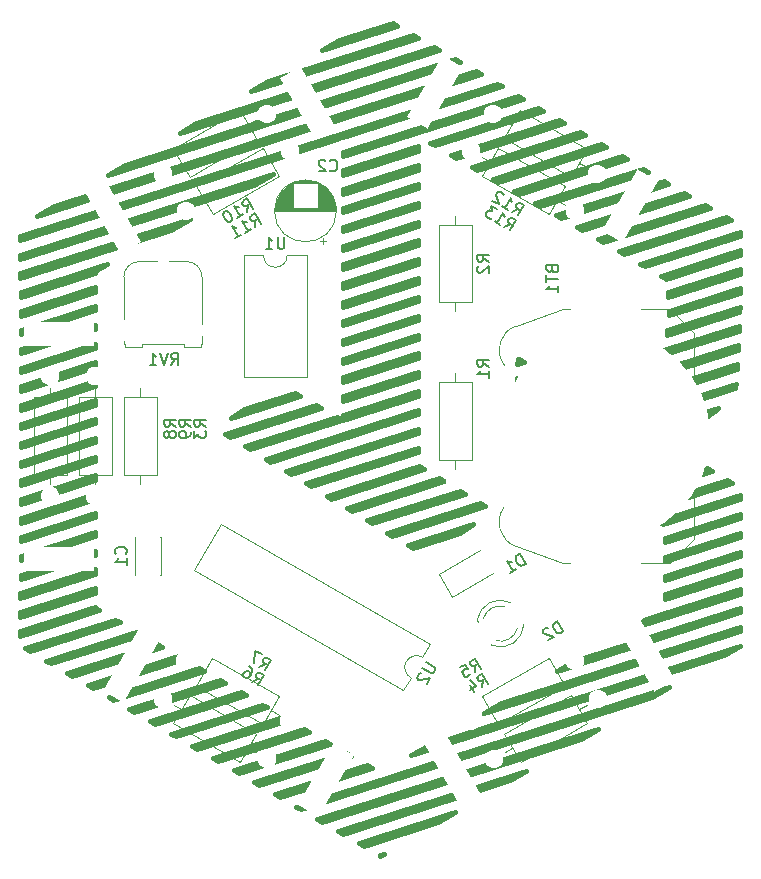
<source format=gbo>
G04 #@! TF.GenerationSoftware,KiCad,Pcbnew,7.0.9*
G04 #@! TF.CreationDate,2024-02-04T19:54:10+01:00*
G04 #@! TF.ProjectId,Toolbox,546f6f6c-626f-4782-9e6b-696361645f70,rev?*
G04 #@! TF.SameCoordinates,Original*
G04 #@! TF.FileFunction,Legend,Bot*
G04 #@! TF.FilePolarity,Positive*
%FSLAX46Y46*%
G04 Gerber Fmt 4.6, Leading zero omitted, Abs format (unit mm)*
G04 Created by KiCad (PCBNEW 7.0.9) date 2024-02-04 19:54:10*
%MOMM*%
%LPD*%
G01*
G04 APERTURE LIST*
G04 Aperture macros list*
%AMRoundRect*
0 Rectangle with rounded corners*
0 $1 Rounding radius*
0 $2 $3 $4 $5 $6 $7 $8 $9 X,Y pos of 4 corners*
0 Add a 4 corners polygon primitive as box body*
4,1,4,$2,$3,$4,$5,$6,$7,$8,$9,$2,$3,0*
0 Add four circle primitives for the rounded corners*
1,1,$1+$1,$2,$3*
1,1,$1+$1,$4,$5*
1,1,$1+$1,$6,$7*
1,1,$1+$1,$8,$9*
0 Add four rect primitives between the rounded corners*
20,1,$1+$1,$2,$3,$4,$5,0*
20,1,$1+$1,$4,$5,$6,$7,0*
20,1,$1+$1,$6,$7,$8,$9,0*
20,1,$1+$1,$8,$9,$2,$3,0*%
%AMHorizOval*
0 Thick line with rounded ends*
0 $1 width*
0 $2 $3 position (X,Y) of the first rounded end (center of the circle)*
0 $4 $5 position (X,Y) of the second rounded end (center of the circle)*
0 Add line between two ends*
20,1,$1,$2,$3,$4,$5,0*
0 Add two circle primitives to create the rounded ends*
1,1,$1,$2,$3*
1,1,$1,$4,$5*%
%AMRotRect*
0 Rectangle, with rotation*
0 The origin of the aperture is its center*
0 $1 length*
0 $2 width*
0 $3 Rotation angle, in degrees counterclockwise*
0 Add horizontal line*
21,1,$1,$2,0,0,$3*%
G04 Aperture macros list end*
%ADD10C,0.400000*%
%ADD11C,0.150000*%
%ADD12C,0.120000*%
%ADD13R,6.000000X2.000000*%
%ADD14R,6.000000X2.650000*%
%ADD15C,17.800000*%
%ADD16RotRect,2.000000X6.000000X30.000000*%
%ADD17RotRect,2.000000X6.000000X210.000000*%
%ADD18RotRect,2.000000X6.000000X330.000000*%
%ADD19RotRect,2.000000X6.000000X150.000000*%
%ADD20C,1.600000*%
%ADD21R,1.600000X1.600000*%
%ADD22HorizOval,1.600000X0.000000X0.000000X0.000000X0.000000X0*%
%ADD23HorizOval,1.600000X0.000000X0.000000X0.000000X0.000000X0*%
%ADD24HorizOval,1.600000X0.000000X0.000000X0.000000X0.000000X0*%
%ADD25O,1.600000X1.600000*%
%ADD26RoundRect,0.250001X-0.088036X-0.772515X0.713035X-0.310016X0.088036X0.772515X-0.713035X0.310016X0*%
%ADD27RotRect,2.400000X1.600000X60.000000*%
%ADD28HorizOval,1.600000X0.200000X0.346410X-0.200000X-0.346410X0*%
%ADD29R,1.560000X1.560000*%
%ADD30C,1.560000*%
%ADD31C,1.800000*%
%ADD32RotRect,1.800000X1.800000X30.000000*%
%ADD33HorizOval,1.600000X0.000000X0.000000X0.000000X0.000000X0*%
G04 APERTURE END LIST*
D10*
X101445182Y-65247804D02*
X95078645Y-67283339D01*
X96504400Y-66451865D01*
X101029188Y-65004925D01*
X101445182Y-65247804D01*
G36*
X101445182Y-65247804D02*
G01*
X95078645Y-67283339D01*
X96504400Y-66451865D01*
X101029188Y-65004925D01*
X101445182Y-65247804D01*
G37*
X103210449Y-66277716D02*
X89034570Y-70809222D01*
X90460325Y-69977232D01*
X102793937Y-66034837D01*
X103210449Y-66277716D01*
G36*
X103210449Y-66277716D02*
G01*
X89034570Y-70809222D01*
X90460325Y-69977232D01*
X102793937Y-66034837D01*
X103210449Y-66277716D01*
G37*
X104975200Y-67307110D02*
X82990495Y-74335105D01*
X84414698Y-73504148D01*
X104559204Y-67064231D01*
X104975200Y-67307110D01*
G36*
X104975200Y-67307110D02*
G01*
X82990495Y-74335105D01*
X84414698Y-73504148D01*
X104559204Y-67064231D01*
X104975200Y-67307110D01*
G37*
X113799472Y-72454600D02*
X104611404Y-75391889D01*
X104191791Y-75150043D01*
X113383476Y-72211721D01*
X113799472Y-72454600D01*
G36*
X113799472Y-72454600D02*
G01*
X104611404Y-75391889D01*
X104191791Y-75150043D01*
X113383476Y-72211721D01*
X113799472Y-72454600D01*
G37*
X112034717Y-71425205D02*
X96831512Y-76285374D01*
X96831512Y-75909686D01*
X111618724Y-71182326D01*
X112034717Y-71425205D01*
G36*
X112034717Y-71425205D02*
G01*
X96831512Y-76285374D01*
X96831512Y-75909686D01*
X111618724Y-71182326D01*
X112034717Y-71425205D01*
G37*
X115565258Y-73484511D02*
X106392173Y-76417149D01*
X105971527Y-76174786D01*
X115148227Y-73241632D01*
X115565258Y-73484511D01*
G36*
X115565258Y-73484511D02*
G01*
X106392173Y-76417149D01*
X105971527Y-76174786D01*
X115148227Y-73241632D01*
X115565258Y-73484511D01*
G37*
X117330009Y-74513906D02*
X108171394Y-77441893D01*
X107751266Y-77199530D01*
X116912979Y-74271026D01*
X117330009Y-74513906D01*
G36*
X117330009Y-74513906D02*
G01*
X108171394Y-77441893D01*
X107751266Y-77199530D01*
X116912979Y-74271026D01*
X117330009Y-74513906D01*
G37*
X106740467Y-68337021D02*
X76944353Y-77862022D01*
X78372173Y-77028998D01*
X106323436Y-68093625D01*
X106740467Y-68337021D01*
G36*
X106740467Y-68337021D02*
G01*
X76944353Y-77862022D01*
X78372173Y-77028998D01*
X106323436Y-68093625D01*
X106740467Y-68337021D01*
G37*
X103181518Y-75849224D02*
X96831518Y-77879074D01*
X96831518Y-77503388D01*
X103181518Y-75473020D01*
X103181518Y-75849224D01*
G36*
X103181518Y-75849224D02*
G01*
X96831518Y-77879074D01*
X96831518Y-77503388D01*
X103181518Y-75473020D01*
X103181518Y-75849224D01*
G37*
X119094761Y-75543817D02*
X109951648Y-78466636D01*
X109531520Y-78224791D01*
X118678764Y-75300938D01*
X119094761Y-75543817D01*
G36*
X119094761Y-75543817D02*
G01*
X109951648Y-78466636D01*
X109531520Y-78224791D01*
X118678764Y-75300938D01*
X119094761Y-75543817D01*
G37*
X103181522Y-77443442D02*
X96831522Y-79473293D01*
X96831522Y-79097089D01*
X103181522Y-77066722D01*
X103181522Y-77443442D01*
G36*
X103181522Y-77443442D02*
G01*
X96831522Y-79473293D01*
X96831522Y-79097089D01*
X103181522Y-77066722D01*
X103181522Y-77443442D01*
G37*
X120859512Y-76573212D02*
X111731388Y-79491380D01*
X111311256Y-79249534D01*
X120443515Y-76330333D01*
X120859512Y-76573212D01*
G36*
X120859512Y-76573212D02*
G01*
X111731388Y-79491380D01*
X111311256Y-79249534D01*
X120443515Y-76330333D01*
X120859512Y-76573212D01*
G37*
X122624263Y-77602606D02*
X113511123Y-80516124D01*
X113090995Y-80274278D01*
X122208267Y-77359727D01*
X122624263Y-77602606D01*
G36*
X122624263Y-77602606D02*
G01*
X113511123Y-80516124D01*
X113090995Y-80274278D01*
X122208267Y-77359727D01*
X122624263Y-77602606D01*
G37*
X103181511Y-79037145D02*
X96831510Y-81066995D01*
X96831510Y-80690273D01*
X103181511Y-78660423D01*
X103181511Y-79037145D01*
G36*
X103181511Y-79037145D02*
G01*
X96831510Y-81066995D01*
X96831510Y-80690273D01*
X103181511Y-78660423D01*
X103181511Y-79037145D01*
G37*
X108505218Y-69366416D02*
X70900277Y-81387904D01*
X72328097Y-80554364D01*
X108088188Y-69123020D01*
X108505218Y-69366416D01*
G36*
X108505218Y-69366416D02*
G01*
X70900277Y-81387904D01*
X72328097Y-80554364D01*
X108088188Y-69123020D01*
X108505218Y-69366416D01*
G37*
X124389000Y-78632000D02*
X115290847Y-81540866D01*
X114870720Y-81299022D01*
X123973007Y-78389122D01*
X124389000Y-78632000D01*
G36*
X124389000Y-78632000D02*
G01*
X115290847Y-81540866D01*
X114870720Y-81299022D01*
X123973007Y-78389122D01*
X124389000Y-78632000D01*
G37*
X126154785Y-79661913D02*
X117071102Y-82565612D01*
X116650974Y-82323766D01*
X125737758Y-79419033D01*
X126154785Y-79661913D01*
G36*
X126154785Y-79661913D02*
G01*
X117071102Y-82565612D01*
X116650974Y-82323766D01*
X125737758Y-79419033D01*
X126154785Y-79661913D01*
G37*
X103181514Y-80630846D02*
X96831514Y-82660697D01*
X96831514Y-82284492D01*
X103181514Y-80254642D01*
X103181514Y-80630846D01*
G36*
X103181514Y-80630846D02*
G01*
X96831514Y-82660697D01*
X96831514Y-82284492D01*
X103181514Y-80254642D01*
X103181514Y-80630846D01*
G37*
X130484718Y-82682927D02*
X130484718Y-82682916D01*
X130484752Y-82682916D01*
X130484718Y-82682927D01*
G36*
X130484718Y-82682927D02*
G01*
X130484718Y-82682916D01*
X130484752Y-82682916D01*
X130484718Y-82682927D01*
G37*
X110269966Y-70395811D02*
X96831510Y-74691672D01*
X96831510Y-74568683D01*
X96289941Y-74864789D01*
X69527234Y-83420339D01*
X69526718Y-83044135D01*
X109853973Y-70152931D01*
X110269966Y-70395811D01*
G36*
X110269966Y-70395811D02*
G01*
X96831510Y-74691672D01*
X96831510Y-74568683D01*
X96289941Y-74864789D01*
X69527234Y-83420339D01*
X69526718Y-83044135D01*
X109853973Y-70152931D01*
X110269966Y-70395811D01*
G37*
X127919544Y-80691308D02*
X118850845Y-83590356D01*
X118430713Y-83348510D01*
X127502510Y-80448427D01*
X127919544Y-80691308D01*
G36*
X127919544Y-80691308D02*
G01*
X118850845Y-83590356D01*
X118430713Y-83348510D01*
X127502510Y-80448427D01*
X127919544Y-80691308D01*
G37*
X103181511Y-82224547D02*
X96831510Y-84254398D01*
X96831510Y-83878192D01*
X103181511Y-81848342D01*
X103181511Y-82224547D01*
G36*
X103181511Y-82224547D02*
G01*
X96831510Y-84254398D01*
X96831510Y-83878192D01*
X103181511Y-81848342D01*
X103181511Y-82224547D01*
G37*
X129684288Y-81720700D02*
X120630577Y-84615098D01*
X120210964Y-84373769D01*
X129268295Y-81478339D01*
X129684288Y-81720700D01*
G36*
X129684288Y-81720700D02*
G01*
X120630577Y-84615098D01*
X120210964Y-84373769D01*
X129268295Y-81478339D01*
X129684288Y-81720700D01*
G37*
X89271766Y-78702281D02*
X69527234Y-85014039D01*
X69527234Y-84637836D01*
X90927478Y-77796910D01*
X89271766Y-78702281D01*
G36*
X89271766Y-78702281D02*
G01*
X69527234Y-85014039D01*
X69527234Y-84637836D01*
X90927478Y-77796910D01*
X89271766Y-78702281D01*
G37*
X130483718Y-83059121D02*
X122410308Y-85639842D01*
X121990696Y-85397996D01*
X130484718Y-82682927D01*
X130483718Y-83059121D01*
G36*
X130483718Y-83059121D02*
G01*
X122410308Y-85639842D01*
X121990696Y-85397996D01*
X130484718Y-82682927D01*
X130483718Y-83059121D01*
G37*
X103181507Y-83818248D02*
X96831506Y-85848098D01*
X96831506Y-85471892D01*
X103181507Y-83442043D01*
X103181507Y-83818248D01*
G36*
X103181507Y-83818248D02*
G01*
X96831506Y-85848098D01*
X96831506Y-85471892D01*
X103181507Y-83442043D01*
X103181507Y-83818248D01*
G37*
X130465614Y-85876527D02*
X130465614Y-85876521D01*
X130465633Y-85876521D01*
X130465614Y-85876527D01*
G36*
X130465614Y-85876527D02*
G01*
X130465614Y-85876521D01*
X130465633Y-85876521D01*
X130465614Y-85876527D01*
G37*
X82255140Y-82538739D02*
X69527751Y-86607227D01*
X69527751Y-86231538D01*
X83910336Y-81633886D01*
X82255140Y-82538739D01*
G36*
X82255140Y-82538739D02*
G01*
X69527751Y-86607227D01*
X69527751Y-86231538D01*
X83910336Y-81633886D01*
X82255140Y-82538739D01*
G37*
X130477031Y-84654882D02*
X124144600Y-86679048D01*
X124142627Y-86668594D01*
X124139848Y-86653336D01*
X124136299Y-86633578D01*
X123770431Y-86422738D01*
X130480098Y-84278167D01*
X130480133Y-84278161D01*
X130477031Y-84654882D01*
G36*
X130477031Y-84654882D02*
G01*
X124144600Y-86679048D01*
X124142627Y-86668594D01*
X124139848Y-86653336D01*
X124136299Y-86633578D01*
X123770431Y-86422738D01*
X130480098Y-84278167D01*
X130480133Y-84278161D01*
X130477031Y-84654882D01*
G37*
X103181507Y-85411946D02*
X96831506Y-87441796D01*
X96831506Y-87065593D01*
X103181507Y-85035743D01*
X103181507Y-85411946D01*
G36*
X103181507Y-85411946D02*
G01*
X96831506Y-87441796D01*
X96831506Y-87065593D01*
X103181507Y-85035743D01*
X103181507Y-85411946D01*
G37*
X75870000Y-86030000D02*
X75870000Y-86174176D01*
X69528268Y-88201444D01*
X69528268Y-87824721D01*
X76893193Y-85470344D01*
X75870000Y-86030000D01*
G36*
X75870000Y-86030000D02*
G01*
X75870000Y-86174176D01*
X69528268Y-88201444D01*
X69528268Y-87824721D01*
X76893193Y-85470344D01*
X75870000Y-86030000D01*
G37*
X130462013Y-86253759D02*
X124349723Y-88207645D01*
X124340772Y-88111845D01*
X124331476Y-88020963D01*
X124312004Y-87843326D01*
X130465614Y-85876527D01*
X130462013Y-86253759D01*
G36*
X130462013Y-86253759D02*
G01*
X124349723Y-88207645D01*
X124340772Y-88111845D01*
X124331476Y-88020963D01*
X124312004Y-87843326D01*
X130465614Y-85876527D01*
X130462013Y-86253759D01*
G37*
X103181511Y-87006168D02*
X96831510Y-89036018D01*
X96831510Y-88659297D01*
X103181511Y-86629447D01*
X103181511Y-87006168D01*
G36*
X103181511Y-87006168D02*
G01*
X96831510Y-89036018D01*
X96831510Y-88659297D01*
X103181511Y-86629447D01*
X103181511Y-87006168D01*
G37*
X130436729Y-87855727D02*
X124406608Y-89783258D01*
X124410046Y-89593563D01*
X124410870Y-89499257D01*
X124410709Y-89405503D01*
X130442897Y-87477456D01*
X130442928Y-87477456D01*
X130436729Y-87855727D01*
G36*
X130436729Y-87855727D02*
G01*
X124406608Y-89783258D01*
X124410046Y-89593563D01*
X124410870Y-89499257D01*
X124410709Y-89405503D01*
X130442897Y-87477456D01*
X130442928Y-87477456D01*
X130436729Y-87855727D01*
G37*
X75870516Y-87767877D02*
X69528784Y-89795144D01*
X69528784Y-89418424D01*
X75870515Y-87391156D01*
X75870516Y-87767877D01*
G36*
X75870516Y-87767877D02*
G01*
X69528784Y-89795144D01*
X69528784Y-89418424D01*
X75870515Y-87391156D01*
X75870516Y-87767877D01*
G37*
X103181514Y-88599351D02*
X96831514Y-90629718D01*
X96831514Y-90252998D01*
X103181514Y-88223147D01*
X103181514Y-88599351D01*
G36*
X103181514Y-88599351D02*
G01*
X96831514Y-90629718D01*
X96831514Y-90252998D01*
X103181514Y-88223147D01*
X103181514Y-88599351D01*
G37*
X75871033Y-89361062D02*
X69529301Y-91388328D01*
X69528785Y-91012641D01*
X75870516Y-88985374D01*
X75871033Y-89361062D01*
G36*
X75871033Y-89361062D02*
G01*
X69529301Y-91388328D01*
X69528785Y-91012641D01*
X75870516Y-88985374D01*
X75871033Y-89361062D01*
G37*
X130402588Y-89460281D02*
X124229320Y-91433803D01*
X124239721Y-91384685D01*
X124249600Y-91335288D01*
X124268025Y-91235787D01*
X124285055Y-91135558D01*
X124301151Y-91034860D01*
X130413437Y-89080975D01*
X130402588Y-89460281D01*
G36*
X130402588Y-89460281D02*
G01*
X124229320Y-91433803D01*
X124239721Y-91384685D01*
X124249600Y-91335288D01*
X124268025Y-91235787D01*
X124285055Y-91135558D01*
X124301151Y-91034860D01*
X130413437Y-89080975D01*
X130402588Y-89460281D01*
G37*
X103181511Y-90193050D02*
X96831510Y-92222901D01*
X96831510Y-91847213D01*
X103181511Y-89817363D01*
X103181511Y-90193050D01*
G36*
X103181511Y-90193050D02*
G01*
X96831510Y-92222901D01*
X96831510Y-91847213D01*
X103181511Y-89817363D01*
X103181511Y-90193050D01*
G37*
X75871033Y-90954763D02*
X69529300Y-92982026D01*
X69529300Y-92606340D01*
X75871032Y-90579072D01*
X75871033Y-90954763D01*
G36*
X75871033Y-90954763D02*
G01*
X69529300Y-92982026D01*
X69529300Y-92606340D01*
X75871032Y-90579072D01*
X75871033Y-90954763D01*
G37*
X130357627Y-91068448D02*
X123252636Y-93339627D01*
X123314748Y-93276411D01*
X123374429Y-93212926D01*
X123431654Y-93149184D01*
X123486395Y-93085195D01*
X123538627Y-93020971D01*
X123588322Y-92956523D01*
X123635455Y-92891861D01*
X123680000Y-92826997D01*
X130367965Y-90689143D01*
X130367969Y-90689143D01*
X130357627Y-91068448D01*
G36*
X130357627Y-91068448D02*
G01*
X123252636Y-93339627D01*
X123314748Y-93276411D01*
X123374429Y-93212926D01*
X123431654Y-93149184D01*
X123486395Y-93085195D01*
X123538627Y-93020971D01*
X123588322Y-92956523D01*
X123635455Y-92891861D01*
X123680000Y-92826997D01*
X130367965Y-90689143D01*
X130367969Y-90689143D01*
X130357627Y-91068448D01*
G37*
X103181511Y-91786750D02*
X96831510Y-93816602D01*
X96831510Y-93440913D01*
X103181511Y-91411063D01*
X103181511Y-91786750D01*
G36*
X103181511Y-91786750D02*
G01*
X96831510Y-93816602D01*
X96831510Y-93440913D01*
X103181511Y-91411063D01*
X103181511Y-91786750D01*
G37*
X112179931Y-93691547D02*
X111602188Y-93876548D01*
X111611488Y-93497243D01*
X111761348Y-93449184D01*
X112179931Y-93691547D01*
G36*
X112179931Y-93691547D02*
G01*
X111602188Y-93876548D01*
X111611488Y-93497243D01*
X111761348Y-93449184D01*
X112179931Y-93691547D01*
G37*
X75871550Y-92548463D02*
X69529818Y-94575730D01*
X69529818Y-94199525D01*
X75871550Y-92172259D01*
X75871550Y-92548463D01*
G36*
X75871550Y-92548463D02*
G01*
X69529818Y-94575730D01*
X69529818Y-94199525D01*
X75871550Y-92172259D01*
X75871550Y-92548463D01*
G37*
X103181511Y-93380454D02*
X96831510Y-95410304D01*
X96831510Y-95034616D01*
X103181511Y-93004766D01*
X103181511Y-93380454D01*
G36*
X103181511Y-93380454D02*
G01*
X96831510Y-95410304D01*
X96831510Y-95034616D01*
X103181511Y-93004766D01*
X103181511Y-93380454D01*
G37*
X113953983Y-94718356D02*
X111562397Y-95483169D01*
X111571697Y-95103864D01*
X113535400Y-94475995D01*
X113953983Y-94718356D01*
G36*
X113953983Y-94718356D02*
G01*
X111562397Y-95483169D01*
X111571697Y-95103864D01*
X113535400Y-94475995D01*
X113953983Y-94718356D01*
G37*
X75872067Y-94141648D02*
X69530335Y-96168914D01*
X69530335Y-95793225D01*
X75872067Y-93765960D01*
X75872067Y-94141648D01*
G36*
X75872067Y-94141648D02*
G01*
X69530335Y-96168914D01*
X69530335Y-95793225D01*
X75872067Y-93765960D01*
X75872067Y-94141648D01*
G37*
X103181511Y-94974673D02*
X96831510Y-97004523D01*
X96831510Y-96628318D01*
X103181511Y-94598468D01*
X103181511Y-94974673D01*
G36*
X103181511Y-94974673D02*
G01*
X96831510Y-97004523D01*
X96831510Y-96628318D01*
X103181511Y-94598468D01*
X103181511Y-94974673D01*
G37*
X115728050Y-95745166D02*
X111522621Y-97089271D01*
X111532421Y-96710483D01*
X115309452Y-95502805D01*
X115728050Y-95745166D01*
G36*
X115728050Y-95745166D02*
G01*
X111522621Y-97089271D01*
X111532421Y-96710483D01*
X115309452Y-95502805D01*
X115728050Y-95745166D01*
G37*
X128599072Y-97629804D02*
X128599075Y-97629802D01*
X128599079Y-97629802D01*
X128599072Y-97629804D01*
G36*
X128599072Y-97629804D02*
G01*
X128599075Y-97629802D01*
X128599079Y-97629802D01*
X128599072Y-97629804D01*
G37*
X75872067Y-95735866D02*
X69530852Y-97763133D01*
X69530852Y-97386928D01*
X75872067Y-95359660D01*
X75872067Y-95735866D01*
G36*
X75872067Y-95735866D02*
G01*
X69530852Y-97763133D01*
X69530852Y-97386928D01*
X75872067Y-95359660D01*
X75872067Y-95735866D01*
G37*
X93176950Y-96578708D02*
X87384538Y-98430274D01*
X88457342Y-97711456D01*
X92758888Y-96336345D01*
X93176950Y-96578708D01*
G36*
X93176950Y-96578708D02*
G01*
X87384538Y-98430274D01*
X88457342Y-97711456D01*
X92758888Y-96336345D01*
X93176950Y-96578708D01*
G37*
X103181507Y-96568374D02*
X96831506Y-98598224D01*
X96831506Y-98222018D01*
X103181507Y-96192166D01*
X103181507Y-96568374D01*
G36*
X103181507Y-96568374D02*
G01*
X96831506Y-98598224D01*
X96831506Y-98222018D01*
X103181507Y-96192166D01*
X103181507Y-96568374D01*
G37*
X130310604Y-92300950D02*
X130293552Y-92682323D01*
X111483329Y-98695392D01*
X111492630Y-98316604D01*
X117083503Y-96529634D01*
X117100555Y-96539434D01*
X117234575Y-96492872D01*
X117571846Y-96373553D01*
X130310604Y-92300933D01*
X130310604Y-92300950D01*
G36*
X130310604Y-92300950D02*
G01*
X130293552Y-92682323D01*
X111483329Y-98695392D01*
X111492630Y-98316604D01*
X117083503Y-96529634D01*
X117100555Y-96539434D01*
X117234575Y-96492872D01*
X117571846Y-96373553D01*
X130310604Y-92300933D01*
X130310604Y-92300950D01*
G37*
X75872583Y-97329566D02*
X69531368Y-99356830D01*
X69530852Y-98980109D01*
X75872583Y-96952842D01*
X75872583Y-97329566D01*
G36*
X75872583Y-97329566D02*
G01*
X69531368Y-99356830D01*
X69530852Y-98980109D01*
X75872583Y-96952842D01*
X75872583Y-97329566D01*
G37*
X94948421Y-97606551D02*
X87247083Y-100068416D01*
X86840906Y-99821918D01*
X94530359Y-97363670D01*
X94948421Y-97606551D01*
G36*
X94948421Y-97606551D02*
G01*
X87247083Y-100068416D01*
X86840906Y-99821918D01*
X94530359Y-97363670D01*
X94948421Y-97606551D01*
G37*
X130207233Y-94118490D02*
X130192783Y-94308047D01*
X111443538Y-100301997D01*
X111452838Y-99923209D01*
X130221202Y-93923057D01*
X130207233Y-94118490D01*
G36*
X130207233Y-94118490D02*
G01*
X130192783Y-94308047D01*
X111443538Y-100301997D01*
X111452838Y-99923209D01*
X130221202Y-93923057D01*
X130207233Y-94118490D01*
G37*
X75873100Y-98922748D02*
X69531368Y-100950534D01*
X69531368Y-100574329D01*
X75873100Y-98547061D01*
X75873100Y-98922748D01*
G36*
X75873100Y-98922748D02*
G01*
X69531368Y-100950534D01*
X69531368Y-100574329D01*
X75873100Y-98547061D01*
X75873100Y-98922748D01*
G37*
X96719369Y-98633876D02*
X88966354Y-101112792D01*
X88560176Y-100865779D01*
X96301307Y-98391509D01*
X96719369Y-98633876D01*
G36*
X96719369Y-98633876D02*
G01*
X88966354Y-101112792D01*
X88560176Y-100865779D01*
X96301307Y-98391509D01*
X96719369Y-98633876D01*
G37*
X130066177Y-95566367D02*
X130050332Y-95675238D01*
X130034162Y-95778085D01*
X130017591Y-95874549D01*
X130000545Y-95964275D01*
X112925102Y-101422340D01*
X112492054Y-101184627D01*
X130066173Y-95566365D01*
X130066177Y-95566367D01*
G36*
X130066177Y-95566367D02*
G01*
X130050332Y-95675238D01*
X130034162Y-95778085D01*
X130017591Y-95874549D01*
X130000545Y-95964275D01*
X112925102Y-101422340D01*
X112492054Y-101184627D01*
X130066173Y-95566365D01*
X130066177Y-95566367D01*
G37*
X103181507Y-98162067D02*
X90686147Y-102156654D01*
X90280487Y-101910159D01*
X103181507Y-97786380D01*
X103181507Y-98162067D01*
G36*
X103181507Y-98162067D02*
G01*
X90686147Y-102156654D01*
X90280487Y-101910159D01*
X103181507Y-97786380D01*
X103181507Y-98162067D01*
G37*
X128387319Y-97792710D02*
X128167403Y-97957478D01*
X127940340Y-98123643D01*
X127707142Y-98290744D01*
X114757545Y-102430545D01*
X114325016Y-102192832D01*
X128599072Y-97629804D01*
X128387319Y-97792710D01*
G36*
X128387319Y-97792710D02*
G01*
X128167403Y-97957478D01*
X127940340Y-98123643D01*
X127707142Y-98290744D01*
X114757545Y-102430545D01*
X114325016Y-102192832D01*
X128599072Y-97629804D01*
X128387319Y-97792710D01*
G37*
X75873617Y-100516448D02*
X69530852Y-102544234D01*
X69530852Y-102168029D01*
X75873100Y-100140762D01*
X75873617Y-100516448D01*
G36*
X75873617Y-100516448D02*
G01*
X69530852Y-102544234D01*
X69530852Y-102168029D01*
X75873100Y-100140762D01*
X75873617Y-100516448D01*
G37*
X103181511Y-99755771D02*
X92405424Y-103200523D01*
X91999763Y-102954543D01*
X103181511Y-99379569D01*
X103181511Y-99755771D01*
G36*
X103181511Y-99755771D02*
G01*
X92405424Y-103200523D01*
X91999763Y-102954543D01*
X103181511Y-99379569D01*
X103181511Y-99755771D01*
G37*
X124595195Y-100879218D02*
X116590000Y-103438235D01*
X116157466Y-103200523D01*
X124186431Y-100633754D01*
X124595195Y-100879218D01*
G36*
X124595195Y-100879218D02*
G01*
X116590000Y-103438235D01*
X116157466Y-103200523D01*
X124186431Y-100633754D01*
X124595195Y-100879218D01*
G37*
X75873617Y-102110152D02*
X69530335Y-104137935D01*
X69530335Y-103762248D01*
X75873617Y-101734466D01*
X75873617Y-102110152D01*
G36*
X75873617Y-102110152D02*
G01*
X69530335Y-104137935D01*
X69530335Y-103762248D01*
X75873617Y-101734466D01*
X75873617Y-102110152D01*
G37*
X103181514Y-101349475D02*
X94124702Y-104244388D01*
X93719558Y-103998408D01*
X103181514Y-100973270D01*
X103181514Y-101349475D01*
G36*
X103181514Y-101349475D02*
G01*
X94124702Y-104244388D01*
X93719558Y-103998408D01*
X103181514Y-100973270D01*
X103181514Y-101349475D01*
G37*
X126327907Y-101918948D02*
X118422447Y-104445926D01*
X117989914Y-104208213D01*
X125919147Y-101673484D01*
X126327907Y-101918948D01*
G36*
X126327907Y-101918948D02*
G01*
X118422447Y-104445926D01*
X117989914Y-104208213D01*
X125919147Y-101673484D01*
X126327907Y-101918948D01*
G37*
X103653835Y-102792281D02*
X95844494Y-105288772D01*
X95438833Y-105042274D01*
X103245075Y-102546817D01*
X103653835Y-102792281D01*
G36*
X103653835Y-102792281D02*
G01*
X95844494Y-105288772D01*
X95438833Y-105042274D01*
X103245075Y-102546817D01*
X103653835Y-102792281D01*
G37*
X128061130Y-102958678D02*
X120254886Y-105454135D01*
X119822872Y-105216422D01*
X127652370Y-102713214D01*
X128061130Y-102958678D01*
G36*
X128061130Y-102958678D02*
G01*
X120254886Y-105454135D01*
X119822872Y-105216422D01*
X127652370Y-102713214D01*
X128061130Y-102958678D01*
G37*
X75874134Y-103704372D02*
X69529818Y-105732154D01*
X69529818Y-105355949D01*
X75874134Y-103327647D01*
X75874134Y-103704372D01*
G36*
X75874134Y-103704372D02*
G01*
X69529818Y-105732154D01*
X69529818Y-105355949D01*
X75874134Y-103327647D01*
X75874134Y-103704372D01*
G37*
X105387577Y-103832011D02*
X97564281Y-106332633D01*
X97158104Y-106086135D01*
X104978298Y-103586547D01*
X105387577Y-103832011D01*
G36*
X105387577Y-103832011D02*
G01*
X97564281Y-106332633D01*
X97158104Y-106086135D01*
X104978298Y-103586547D01*
X105387577Y-103832011D01*
G37*
X129794357Y-103998927D02*
X122087844Y-106462340D01*
X121655315Y-106224113D01*
X129385074Y-103752944D01*
X129794357Y-103998927D01*
G36*
X129794357Y-103998927D02*
G01*
X122087844Y-106462340D01*
X121655315Y-106224113D01*
X129385074Y-103752944D01*
X129794357Y-103998927D01*
G37*
X75874643Y-105297553D02*
X69529293Y-107325854D01*
X69529293Y-106949649D01*
X75874643Y-104921348D01*
X75874643Y-105297553D01*
G36*
X75874643Y-105297553D02*
G01*
X69529293Y-107325854D01*
X69529293Y-106949649D01*
X75874643Y-104921348D01*
X75874643Y-105297553D01*
G37*
X107120281Y-104871738D02*
X99284067Y-107377010D01*
X98878406Y-107130515D01*
X106711521Y-104626792D01*
X107120281Y-104871738D01*
G36*
X107120281Y-104871738D02*
G01*
X99284067Y-107377010D01*
X98878406Y-107130515D01*
X106711521Y-104626792D01*
X107120281Y-104871738D01*
G37*
X130486293Y-105370929D02*
X123920288Y-107470027D01*
X123487239Y-107231799D01*
X130486293Y-104994727D01*
X130486293Y-105370929D01*
G36*
X130486293Y-105370929D02*
G01*
X123920288Y-107470027D01*
X123487239Y-107231799D01*
X130486293Y-104994727D01*
X130486293Y-105370929D01*
G37*
X108852989Y-105911468D02*
X101003339Y-108420875D01*
X100597679Y-108174380D01*
X108444229Y-105666522D01*
X108852989Y-105911468D01*
G36*
X108852989Y-105911468D02*
G01*
X101003339Y-108420875D01*
X100597679Y-108174380D01*
X108444229Y-105666522D01*
X108852989Y-105911468D01*
G37*
X75875167Y-106891257D02*
X69528775Y-108919555D01*
X69529291Y-108543868D01*
X75874641Y-106515567D01*
X75875167Y-106891257D01*
G36*
X75875167Y-106891257D02*
G01*
X69528775Y-108919555D01*
X69529291Y-108543868D01*
X75874641Y-106515567D01*
X75875167Y-106891257D01*
G37*
X130486293Y-106964633D02*
X124136295Y-108995002D01*
X124136295Y-108618797D01*
X130486293Y-106588946D01*
X130486293Y-106964633D01*
G36*
X130486293Y-106964633D02*
G01*
X124136295Y-108995002D01*
X124136295Y-108618797D01*
X130486293Y-106588946D01*
X130486293Y-106964633D01*
G37*
X106737354Y-108181613D02*
X102723129Y-109464740D01*
X102317470Y-109218761D01*
X107820491Y-107459178D01*
X106737354Y-108181613D01*
G36*
X106737354Y-108181613D02*
G01*
X102723129Y-109464740D01*
X102317470Y-109218761D01*
X107820491Y-107459178D01*
X106737354Y-108181613D01*
G37*
X75875167Y-108484958D02*
X69528785Y-110513774D01*
X69528785Y-110137569D01*
X75875167Y-108108752D01*
X75875167Y-108484958D01*
G36*
X75875167Y-108484958D02*
G01*
X69528785Y-110513774D01*
X69528785Y-110137569D01*
X75875167Y-108108752D01*
X75875167Y-108484958D01*
G37*
X130486305Y-108558337D02*
X124136306Y-110588187D01*
X124136306Y-110212501D01*
X130486305Y-108182651D01*
X130486305Y-108558337D01*
G36*
X130486305Y-108558337D02*
G01*
X124136306Y-110588187D01*
X124136306Y-110212501D01*
X130486305Y-108182651D01*
X130486305Y-108558337D01*
G37*
X75875684Y-110078143D02*
X69528270Y-112107478D01*
X69528270Y-111731273D01*
X75875686Y-109702457D01*
X75875684Y-110078143D01*
G36*
X75875684Y-110078143D02*
G01*
X69528270Y-112107478D01*
X69528270Y-111731273D01*
X75875686Y-109702457D01*
X75875684Y-110078143D01*
G37*
X130486305Y-110152042D02*
X124136306Y-112181892D01*
X124136306Y-111806205D01*
X130486305Y-109776355D01*
X130486305Y-110152042D01*
G36*
X130486305Y-110152042D02*
G01*
X124136306Y-112181892D01*
X124136306Y-111806205D01*
X130486305Y-109776355D01*
X130486305Y-110152042D01*
G37*
X75876201Y-111671847D02*
X69527751Y-113701179D01*
X69527751Y-113325492D01*
X75876201Y-111296161D01*
X75876201Y-111671847D01*
G36*
X75876201Y-111671847D02*
G01*
X69527751Y-113701179D01*
X69527751Y-113325492D01*
X75876201Y-111296161D01*
X75876201Y-111671847D01*
G37*
X130486305Y-111745746D02*
X124136306Y-113775596D01*
X124136306Y-113399909D01*
X130486305Y-111370059D01*
X130486305Y-111745746D01*
G36*
X130486305Y-111745746D02*
G01*
X124136306Y-113775596D01*
X124136306Y-113399909D01*
X130486305Y-111370059D01*
X130486305Y-111745746D01*
G37*
X75876201Y-113266070D02*
X69527234Y-115295402D01*
X69527234Y-114919196D01*
X75876201Y-112889346D01*
X75876201Y-113266070D01*
G36*
X75876201Y-113266070D02*
G01*
X69527234Y-115295402D01*
X69527234Y-114919196D01*
X75876201Y-112889346D01*
X75876201Y-113266070D01*
G37*
X130486305Y-113339957D02*
X121066208Y-116351661D01*
X122518314Y-115510886D01*
X130486305Y-112963756D01*
X130486305Y-113339957D01*
G36*
X130486305Y-113339957D02*
G01*
X121066208Y-116351661D01*
X122518314Y-115510886D01*
X130486305Y-112963756D01*
X130486305Y-113339957D01*
G37*
X75876718Y-114573997D02*
X76194528Y-114757964D01*
X69526718Y-116889617D01*
X69527234Y-116513412D01*
X75876718Y-114483562D01*
X75876718Y-114573997D01*
G36*
X75876718Y-114573997D02*
G01*
X76194528Y-114757964D01*
X69526718Y-116889617D01*
X69527234Y-116513412D01*
X75876718Y-114483562D01*
X75876718Y-114573997D01*
G37*
X77968063Y-115784770D02*
X70339588Y-118223380D01*
X69923593Y-117980502D01*
X77549484Y-115542407D01*
X77968063Y-115784770D01*
G36*
X77968063Y-115784770D02*
G01*
X70339588Y-118223380D01*
X69923593Y-117980502D01*
X77549484Y-115542407D01*
X77968063Y-115784770D01*
G37*
X79741600Y-116811580D02*
X72104857Y-119252772D01*
X71688345Y-119009894D01*
X79323021Y-116569217D01*
X79741600Y-116811580D01*
G36*
X79741600Y-116811580D02*
G01*
X72104857Y-119252772D01*
X71688345Y-119009894D01*
X79323021Y-116569217D01*
X79741600Y-116811580D01*
G37*
X130486305Y-114933658D02*
X114919296Y-119910098D01*
X116369335Y-119070357D01*
X130486301Y-114557971D01*
X130486305Y-114933658D01*
G36*
X130486305Y-114933658D02*
G01*
X114919296Y-119910098D01*
X116369335Y-119070357D01*
X130486301Y-114557971D01*
X130486305Y-114933658D01*
G37*
X81515134Y-117838386D02*
X73869606Y-120282165D01*
X73453094Y-120039287D01*
X81096555Y-117596027D01*
X81515134Y-117838386D01*
G36*
X81515134Y-117838386D02*
G01*
X73869606Y-120282165D01*
X73453094Y-120039287D01*
X81096555Y-117596027D01*
X81515134Y-117838386D01*
G37*
X83289190Y-118865199D02*
X75634877Y-121312080D01*
X75217848Y-121068683D01*
X82870094Y-118622836D01*
X83289190Y-118865199D01*
G36*
X83289190Y-118865199D02*
G01*
X75634877Y-121312080D01*
X75217848Y-121068683D01*
X82870094Y-118622836D01*
X83289190Y-118865199D01*
G37*
X85062208Y-119892009D02*
X77399627Y-122341472D01*
X76982598Y-122098590D01*
X84643629Y-119649646D01*
X85062208Y-119892009D01*
G36*
X85062208Y-119892009D02*
G01*
X77399627Y-122341472D01*
X76982598Y-122098590D01*
X84643629Y-119649646D01*
X85062208Y-119892009D01*
G37*
X86835743Y-120918819D02*
X79164376Y-123370864D01*
X78748381Y-123127986D01*
X86417680Y-120676456D01*
X86835743Y-120918819D01*
G36*
X86835743Y-120918819D02*
G01*
X79164376Y-123370864D01*
X78748381Y-123127986D01*
X86417680Y-120676456D01*
X86835743Y-120918819D01*
G37*
X130486301Y-116527362D02*
X108772380Y-123468539D01*
X110222423Y-122629314D01*
X130486305Y-116151672D01*
X130486301Y-116527362D01*
G36*
X130486301Y-116527362D02*
G01*
X108772380Y-123468539D01*
X110222423Y-122629314D01*
X130486305Y-116151672D01*
X130486301Y-116527362D01*
G37*
X88609283Y-121945624D02*
X80929647Y-124400256D01*
X80513136Y-124157893D01*
X88191219Y-121703265D01*
X88609283Y-121945624D01*
G36*
X88609283Y-121945624D02*
G01*
X80929647Y-124400256D01*
X80513136Y-124157893D01*
X88191219Y-121703265D01*
X88609283Y-121945624D01*
G37*
X90382816Y-122971919D02*
X82694397Y-125430167D01*
X82277885Y-125187289D01*
X89964239Y-122730075D01*
X90382816Y-122971919D01*
G36*
X90382816Y-122971919D02*
G01*
X82694397Y-125430167D01*
X82277885Y-125187289D01*
X89964239Y-122730075D01*
X90382816Y-122971919D01*
G37*
X92156353Y-123998729D02*
X84459148Y-126459560D01*
X84042636Y-126216682D01*
X91737774Y-123756885D01*
X92156353Y-123998729D01*
G36*
X92156353Y-123998729D02*
G01*
X84459148Y-126459560D01*
X84042636Y-126216682D01*
X91737774Y-123756885D01*
X92156353Y-123998729D01*
G37*
X130486305Y-117748984D02*
X129075023Y-118572192D01*
X102625476Y-127027488D01*
X104075519Y-126187747D01*
X130486309Y-117744853D01*
X130486305Y-117748984D01*
G36*
X130486305Y-117748984D02*
G01*
X129075023Y-118572192D01*
X102625476Y-127027488D01*
X104075519Y-126187747D01*
X130486309Y-117744853D01*
X130486305Y-117748984D01*
G37*
X93930404Y-125026057D02*
X86224414Y-127489474D01*
X85807386Y-127246078D01*
X93511308Y-124783179D01*
X93930404Y-125026057D01*
G36*
X93930404Y-125026057D02*
G01*
X86224414Y-127489474D01*
X85807386Y-127246078D01*
X93511308Y-124783179D01*
X93930404Y-125026057D01*
G37*
X95703937Y-126052863D02*
X87989164Y-128518863D01*
X87573167Y-128275985D01*
X95285358Y-125810504D01*
X95703937Y-126052863D01*
G36*
X95703937Y-126052863D02*
G01*
X87989164Y-128518863D01*
X87573167Y-128275985D01*
X95285358Y-125810504D01*
X95703937Y-126052863D01*
G37*
X97477472Y-127079677D02*
X89754428Y-129548259D01*
X89337917Y-129305377D01*
X97058893Y-126837314D01*
X97477472Y-127079677D01*
G36*
X97477472Y-127079677D02*
G01*
X89754428Y-129548259D01*
X89337917Y-129305377D01*
X97058893Y-126837314D01*
X97477472Y-127079677D01*
G37*
X99251007Y-128105971D02*
X91519180Y-130577655D01*
X91102668Y-130334773D01*
X98832428Y-127864123D01*
X99251007Y-128105971D01*
G36*
X99251007Y-128105971D02*
G01*
X91519180Y-130577655D01*
X91102668Y-130334773D01*
X98832428Y-127864123D01*
X99251007Y-128105971D01*
G37*
X123030437Y-122098079D02*
X93283929Y-131607059D01*
X92867418Y-131364696D01*
X124456188Y-121266601D01*
X123030437Y-122098079D01*
G36*
X123030437Y-122098079D02*
G01*
X93283929Y-131607059D01*
X92867418Y-131364696D01*
X124456188Y-121266601D01*
X123030437Y-122098079D01*
G37*
X116984295Y-125624992D02*
X95049198Y-132636966D01*
X94632686Y-132394084D01*
X118412113Y-124792480D01*
X116984295Y-125624992D01*
G36*
X116984295Y-125624992D02*
G01*
X95049198Y-132636966D01*
X94632686Y-132394084D01*
X118412113Y-124792480D01*
X116984295Y-125624992D01*
G37*
X110939701Y-129150859D02*
X96814466Y-133666865D01*
X96397438Y-133423473D01*
X112368038Y-128317844D01*
X110939701Y-129150859D01*
G36*
X110939701Y-129150859D02*
G01*
X96814466Y-133666865D01*
X96397438Y-133423473D01*
X112368038Y-128317844D01*
X110939701Y-129150859D01*
G37*
X104895626Y-132676753D02*
X98579216Y-134696269D01*
X98162704Y-134453387D01*
X106320861Y-131845279D01*
X104895626Y-132676753D01*
G36*
X104895626Y-132676753D02*
G01*
X98579216Y-134696269D01*
X98162704Y-134453387D01*
X106320861Y-131845279D01*
X104895626Y-132676753D01*
G37*
X100006513Y-135528773D02*
X99927454Y-135482783D01*
X100276786Y-135371165D01*
X100006513Y-135528773D01*
G36*
X100006513Y-135528773D02*
G01*
X99927454Y-135482783D01*
X100276786Y-135371165D01*
X100006513Y-135528773D01*
G37*
D11*
X114536009Y-85879285D02*
X114583628Y-86022142D01*
X114583628Y-86022142D02*
X114631247Y-86069761D01*
X114631247Y-86069761D02*
X114726485Y-86117380D01*
X114726485Y-86117380D02*
X114869342Y-86117380D01*
X114869342Y-86117380D02*
X114964580Y-86069761D01*
X114964580Y-86069761D02*
X115012200Y-86022142D01*
X115012200Y-86022142D02*
X115059819Y-85926904D01*
X115059819Y-85926904D02*
X115059819Y-85545952D01*
X115059819Y-85545952D02*
X114059819Y-85545952D01*
X114059819Y-85545952D02*
X114059819Y-85879285D01*
X114059819Y-85879285D02*
X114107438Y-85974523D01*
X114107438Y-85974523D02*
X114155057Y-86022142D01*
X114155057Y-86022142D02*
X114250295Y-86069761D01*
X114250295Y-86069761D02*
X114345533Y-86069761D01*
X114345533Y-86069761D02*
X114440771Y-86022142D01*
X114440771Y-86022142D02*
X114488390Y-85974523D01*
X114488390Y-85974523D02*
X114536009Y-85879285D01*
X114536009Y-85879285D02*
X114536009Y-85545952D01*
X114059819Y-86403095D02*
X114059819Y-86974523D01*
X115059819Y-86688809D02*
X114059819Y-86688809D01*
X115059819Y-87831666D02*
X115059819Y-87260238D01*
X115059819Y-87545952D02*
X114059819Y-87545952D01*
X114059819Y-87545952D02*
X114202676Y-87450714D01*
X114202676Y-87450714D02*
X114297914Y-87355476D01*
X114297914Y-87355476D02*
X114345533Y-87260238D01*
X95721666Y-77499580D02*
X95769285Y-77547200D01*
X95769285Y-77547200D02*
X95912142Y-77594819D01*
X95912142Y-77594819D02*
X96007380Y-77594819D01*
X96007380Y-77594819D02*
X96150237Y-77547200D01*
X96150237Y-77547200D02*
X96245475Y-77451961D01*
X96245475Y-77451961D02*
X96293094Y-77356723D01*
X96293094Y-77356723D02*
X96340713Y-77166247D01*
X96340713Y-77166247D02*
X96340713Y-77023390D01*
X96340713Y-77023390D02*
X96293094Y-76832914D01*
X96293094Y-76832914D02*
X96245475Y-76737676D01*
X96245475Y-76737676D02*
X96150237Y-76642438D01*
X96150237Y-76642438D02*
X96007380Y-76594819D01*
X96007380Y-76594819D02*
X95912142Y-76594819D01*
X95912142Y-76594819D02*
X95769285Y-76642438D01*
X95769285Y-76642438D02*
X95721666Y-76690057D01*
X95340713Y-76690057D02*
X95293094Y-76642438D01*
X95293094Y-76642438D02*
X95197856Y-76594819D01*
X95197856Y-76594819D02*
X94959761Y-76594819D01*
X94959761Y-76594819D02*
X94864523Y-76642438D01*
X94864523Y-76642438D02*
X94816904Y-76690057D01*
X94816904Y-76690057D02*
X94769285Y-76785295D01*
X94769285Y-76785295D02*
X94769285Y-76880533D01*
X94769285Y-76880533D02*
X94816904Y-77023390D01*
X94816904Y-77023390D02*
X95388332Y-77594819D01*
X95388332Y-77594819D02*
X94769285Y-77594819D01*
X89121927Y-120797217D02*
X89648698Y-120551491D01*
X89616799Y-121082932D02*
X90116799Y-120216906D01*
X90116799Y-120216906D02*
X89786884Y-120026430D01*
X89786884Y-120026430D02*
X89680596Y-120020050D01*
X89680596Y-120020050D02*
X89615547Y-120037480D01*
X89615547Y-120037480D02*
X89526689Y-120096149D01*
X89526689Y-120096149D02*
X89455260Y-120219867D01*
X89455260Y-120219867D02*
X89448881Y-120326155D01*
X89448881Y-120326155D02*
X89466311Y-120391204D01*
X89466311Y-120391204D02*
X89524980Y-120480062D01*
X89524980Y-120480062D02*
X89854894Y-120670539D01*
X88879620Y-119502621D02*
X89044577Y-119597859D01*
X89044577Y-119597859D02*
X89103246Y-119686717D01*
X89103246Y-119686717D02*
X89120676Y-119751766D01*
X89120676Y-119751766D02*
X89131726Y-119923103D01*
X89131726Y-119923103D02*
X89077727Y-120111870D01*
X89077727Y-120111870D02*
X88887251Y-120441784D01*
X88887251Y-120441784D02*
X88798392Y-120500453D01*
X88798392Y-120500453D02*
X88733344Y-120517883D01*
X88733344Y-120517883D02*
X88627055Y-120511503D01*
X88627055Y-120511503D02*
X88462098Y-120416265D01*
X88462098Y-120416265D02*
X88403429Y-120327407D01*
X88403429Y-120327407D02*
X88385999Y-120262358D01*
X88385999Y-120262358D02*
X88392379Y-120156070D01*
X88392379Y-120156070D02*
X88511427Y-119949873D01*
X88511427Y-119949873D02*
X88600285Y-119891204D01*
X88600285Y-119891204D02*
X88665334Y-119873774D01*
X88665334Y-119873774D02*
X88771622Y-119880154D01*
X88771622Y-119880154D02*
X88936579Y-119975392D01*
X88936579Y-119975392D02*
X88995248Y-120064251D01*
X88995248Y-120064251D02*
X89012678Y-120129299D01*
X89012678Y-120129299D02*
X89006298Y-120235588D01*
X108626746Y-121265551D02*
X108677326Y-120686492D01*
X109121618Y-120979837D02*
X108621618Y-120113812D01*
X108621618Y-120113812D02*
X108291703Y-120304288D01*
X108291703Y-120304288D02*
X108233034Y-120393146D01*
X108233034Y-120393146D02*
X108215605Y-120458195D01*
X108215605Y-120458195D02*
X108221984Y-120564483D01*
X108221984Y-120564483D02*
X108293413Y-120688201D01*
X108293413Y-120688201D02*
X108382271Y-120746870D01*
X108382271Y-120746870D02*
X108447320Y-120764300D01*
X108447320Y-120764300D02*
X108553608Y-120757920D01*
X108553608Y-120757920D02*
X108883523Y-120567444D01*
X107551105Y-121116772D02*
X107884439Y-121694123D01*
X107566826Y-120667810D02*
X108130165Y-121167352D01*
X108130165Y-121167352D02*
X107594054Y-121476876D01*
X89756927Y-119527217D02*
X90283698Y-119281491D01*
X90251799Y-119812932D02*
X90751799Y-118946906D01*
X90751799Y-118946906D02*
X90421884Y-118756430D01*
X90421884Y-118756430D02*
X90315596Y-118750050D01*
X90315596Y-118750050D02*
X90250547Y-118767480D01*
X90250547Y-118767480D02*
X90161689Y-118826149D01*
X90161689Y-118826149D02*
X90090260Y-118949867D01*
X90090260Y-118949867D02*
X90083881Y-119056155D01*
X90083881Y-119056155D02*
X90101311Y-119121204D01*
X90101311Y-119121204D02*
X90159980Y-119210062D01*
X90159980Y-119210062D02*
X90489894Y-119400539D01*
X89968252Y-118494525D02*
X89390902Y-118161192D01*
X89390902Y-118161192D02*
X89262055Y-119241503D01*
X89354140Y-82292456D02*
X89404720Y-81713396D01*
X89849011Y-82006741D02*
X89349011Y-81140716D01*
X89349011Y-81140716D02*
X89019097Y-81331192D01*
X89019097Y-81331192D02*
X88960428Y-81420051D01*
X88960428Y-81420051D02*
X88942998Y-81485099D01*
X88942998Y-81485099D02*
X88949378Y-81591388D01*
X88949378Y-81591388D02*
X89020806Y-81715105D01*
X89020806Y-81715105D02*
X89109665Y-81773775D01*
X89109665Y-81773775D02*
X89174714Y-81791204D01*
X89174714Y-81791204D02*
X89281002Y-81784825D01*
X89281002Y-81784825D02*
X89610916Y-81594348D01*
X88529354Y-82768646D02*
X89024225Y-82482932D01*
X88776789Y-82625789D02*
X88276789Y-81759764D01*
X88276789Y-81759764D02*
X88430697Y-81835863D01*
X88430697Y-81835863D02*
X88560794Y-81870722D01*
X88560794Y-81870722D02*
X88667082Y-81864342D01*
X87704567Y-83244837D02*
X88199439Y-82959122D01*
X87952003Y-83101980D02*
X87452003Y-82235954D01*
X87452003Y-82235954D02*
X87605910Y-82312053D01*
X87605910Y-82312053D02*
X87736008Y-82346913D01*
X87736008Y-82346913D02*
X87842296Y-82340533D01*
X109174819Y-94118333D02*
X108698628Y-93785000D01*
X109174819Y-93546905D02*
X108174819Y-93546905D01*
X108174819Y-93546905D02*
X108174819Y-93927857D01*
X108174819Y-93927857D02*
X108222438Y-94023095D01*
X108222438Y-94023095D02*
X108270057Y-94070714D01*
X108270057Y-94070714D02*
X108365295Y-94118333D01*
X108365295Y-94118333D02*
X108508152Y-94118333D01*
X108508152Y-94118333D02*
X108603390Y-94070714D01*
X108603390Y-94070714D02*
X108651009Y-94023095D01*
X108651009Y-94023095D02*
X108698628Y-93927857D01*
X108698628Y-93927857D02*
X108698628Y-93546905D01*
X109174819Y-95070714D02*
X109174819Y-94499286D01*
X109174819Y-94785000D02*
X108174819Y-94785000D01*
X108174819Y-94785000D02*
X108317676Y-94689762D01*
X108317676Y-94689762D02*
X108412914Y-94594524D01*
X108412914Y-94594524D02*
X108460533Y-94499286D01*
X112296618Y-110819837D02*
X111796618Y-109953812D01*
X111796618Y-109953812D02*
X111590421Y-110072859D01*
X111590421Y-110072859D02*
X111490513Y-110185527D01*
X111490513Y-110185527D02*
X111455653Y-110315625D01*
X111455653Y-110315625D02*
X111462033Y-110421913D01*
X111462033Y-110421913D02*
X111516032Y-110610680D01*
X111516032Y-110610680D02*
X111587460Y-110734398D01*
X111587460Y-110734398D02*
X111723938Y-110875545D01*
X111723938Y-110875545D02*
X111812796Y-110934214D01*
X111812796Y-110934214D02*
X111942894Y-110969074D01*
X111942894Y-110969074D02*
X112090421Y-110938885D01*
X112090421Y-110938885D02*
X112296618Y-110819837D01*
X110976960Y-111581742D02*
X111471832Y-111296027D01*
X111224396Y-111438885D02*
X110724396Y-110572859D01*
X110724396Y-110572859D02*
X110878303Y-110648958D01*
X110878303Y-110648958D02*
X111008401Y-110683818D01*
X111008401Y-110683818D02*
X111114689Y-110677438D01*
X85214819Y-99198333D02*
X84738628Y-98865000D01*
X85214819Y-98626905D02*
X84214819Y-98626905D01*
X84214819Y-98626905D02*
X84214819Y-99007857D01*
X84214819Y-99007857D02*
X84262438Y-99103095D01*
X84262438Y-99103095D02*
X84310057Y-99150714D01*
X84310057Y-99150714D02*
X84405295Y-99198333D01*
X84405295Y-99198333D02*
X84548152Y-99198333D01*
X84548152Y-99198333D02*
X84643390Y-99150714D01*
X84643390Y-99150714D02*
X84691009Y-99103095D01*
X84691009Y-99103095D02*
X84738628Y-99007857D01*
X84738628Y-99007857D02*
X84738628Y-98626905D01*
X84214819Y-99531667D02*
X84214819Y-100150714D01*
X84214819Y-100150714D02*
X84595771Y-99817381D01*
X84595771Y-99817381D02*
X84595771Y-99960238D01*
X84595771Y-99960238D02*
X84643390Y-100055476D01*
X84643390Y-100055476D02*
X84691009Y-100103095D01*
X84691009Y-100103095D02*
X84786247Y-100150714D01*
X84786247Y-100150714D02*
X85024342Y-100150714D01*
X85024342Y-100150714D02*
X85119580Y-100103095D01*
X85119580Y-100103095D02*
X85167200Y-100055476D01*
X85167200Y-100055476D02*
X85214819Y-99960238D01*
X85214819Y-99960238D02*
X85214819Y-99674524D01*
X85214819Y-99674524D02*
X85167200Y-99579286D01*
X85167200Y-99579286D02*
X85119580Y-99531667D01*
X103831650Y-119158023D02*
X104532719Y-119562785D01*
X104532719Y-119562785D02*
X104591388Y-119651643D01*
X104591388Y-119651643D02*
X104608817Y-119716692D01*
X104608817Y-119716692D02*
X104602438Y-119822980D01*
X104602438Y-119822980D02*
X104507200Y-119987938D01*
X104507200Y-119987938D02*
X104418341Y-120046607D01*
X104418341Y-120046607D02*
X104353292Y-120064036D01*
X104353292Y-120064036D02*
X104247004Y-120057657D01*
X104247004Y-120057657D02*
X103545936Y-119652895D01*
X103414129Y-120071668D02*
X103349080Y-120089097D01*
X103349080Y-120089097D02*
X103260222Y-120147766D01*
X103260222Y-120147766D02*
X103141174Y-120353963D01*
X103141174Y-120353963D02*
X103134794Y-120460251D01*
X103134794Y-120460251D02*
X103152224Y-120525300D01*
X103152224Y-120525300D02*
X103210893Y-120614158D01*
X103210893Y-120614158D02*
X103293372Y-120661777D01*
X103293372Y-120661777D02*
X103440899Y-120691967D01*
X103440899Y-120691967D02*
X104221485Y-120482809D01*
X104221485Y-120482809D02*
X103911961Y-121018920D01*
X109174819Y-85228333D02*
X108698628Y-84895000D01*
X109174819Y-84656905D02*
X108174819Y-84656905D01*
X108174819Y-84656905D02*
X108174819Y-85037857D01*
X108174819Y-85037857D02*
X108222438Y-85133095D01*
X108222438Y-85133095D02*
X108270057Y-85180714D01*
X108270057Y-85180714D02*
X108365295Y-85228333D01*
X108365295Y-85228333D02*
X108508152Y-85228333D01*
X108508152Y-85228333D02*
X108603390Y-85180714D01*
X108603390Y-85180714D02*
X108651009Y-85133095D01*
X108651009Y-85133095D02*
X108698628Y-85037857D01*
X108698628Y-85037857D02*
X108698628Y-84656905D01*
X108270057Y-85609286D02*
X108222438Y-85656905D01*
X108222438Y-85656905D02*
X108174819Y-85752143D01*
X108174819Y-85752143D02*
X108174819Y-85990238D01*
X108174819Y-85990238D02*
X108222438Y-86085476D01*
X108222438Y-86085476D02*
X108270057Y-86133095D01*
X108270057Y-86133095D02*
X108365295Y-86180714D01*
X108365295Y-86180714D02*
X108460533Y-86180714D01*
X108460533Y-86180714D02*
X108603390Y-86133095D01*
X108603390Y-86133095D02*
X109174819Y-85561667D01*
X109174819Y-85561667D02*
X109174819Y-86180714D01*
X82674819Y-99198333D02*
X82198628Y-98865000D01*
X82674819Y-98626905D02*
X81674819Y-98626905D01*
X81674819Y-98626905D02*
X81674819Y-99007857D01*
X81674819Y-99007857D02*
X81722438Y-99103095D01*
X81722438Y-99103095D02*
X81770057Y-99150714D01*
X81770057Y-99150714D02*
X81865295Y-99198333D01*
X81865295Y-99198333D02*
X82008152Y-99198333D01*
X82008152Y-99198333D02*
X82103390Y-99150714D01*
X82103390Y-99150714D02*
X82151009Y-99103095D01*
X82151009Y-99103095D02*
X82198628Y-99007857D01*
X82198628Y-99007857D02*
X82198628Y-98626905D01*
X82103390Y-99769762D02*
X82055771Y-99674524D01*
X82055771Y-99674524D02*
X82008152Y-99626905D01*
X82008152Y-99626905D02*
X81912914Y-99579286D01*
X81912914Y-99579286D02*
X81865295Y-99579286D01*
X81865295Y-99579286D02*
X81770057Y-99626905D01*
X81770057Y-99626905D02*
X81722438Y-99674524D01*
X81722438Y-99674524D02*
X81674819Y-99769762D01*
X81674819Y-99769762D02*
X81674819Y-99960238D01*
X81674819Y-99960238D02*
X81722438Y-100055476D01*
X81722438Y-100055476D02*
X81770057Y-100103095D01*
X81770057Y-100103095D02*
X81865295Y-100150714D01*
X81865295Y-100150714D02*
X81912914Y-100150714D01*
X81912914Y-100150714D02*
X82008152Y-100103095D01*
X82008152Y-100103095D02*
X82055771Y-100055476D01*
X82055771Y-100055476D02*
X82103390Y-99960238D01*
X82103390Y-99960238D02*
X82103390Y-99769762D01*
X82103390Y-99769762D02*
X82151009Y-99674524D01*
X82151009Y-99674524D02*
X82198628Y-99626905D01*
X82198628Y-99626905D02*
X82293866Y-99579286D01*
X82293866Y-99579286D02*
X82484342Y-99579286D01*
X82484342Y-99579286D02*
X82579580Y-99626905D01*
X82579580Y-99626905D02*
X82627200Y-99674524D01*
X82627200Y-99674524D02*
X82674819Y-99769762D01*
X82674819Y-99769762D02*
X82674819Y-99960238D01*
X82674819Y-99960238D02*
X82627200Y-100055476D01*
X82627200Y-100055476D02*
X82579580Y-100103095D01*
X82579580Y-100103095D02*
X82484342Y-100150714D01*
X82484342Y-100150714D02*
X82293866Y-100150714D01*
X82293866Y-100150714D02*
X82198628Y-100103095D01*
X82198628Y-100103095D02*
X82151009Y-100055476D01*
X82151009Y-100055476D02*
X82103390Y-99960238D01*
X91861904Y-83164819D02*
X91861904Y-83974342D01*
X91861904Y-83974342D02*
X91814285Y-84069580D01*
X91814285Y-84069580D02*
X91766666Y-84117200D01*
X91766666Y-84117200D02*
X91671428Y-84164819D01*
X91671428Y-84164819D02*
X91480952Y-84164819D01*
X91480952Y-84164819D02*
X91385714Y-84117200D01*
X91385714Y-84117200D02*
X91338095Y-84069580D01*
X91338095Y-84069580D02*
X91290476Y-83974342D01*
X91290476Y-83974342D02*
X91290476Y-83164819D01*
X90290476Y-84164819D02*
X90861904Y-84164819D01*
X90576190Y-84164819D02*
X90576190Y-83164819D01*
X90576190Y-83164819D02*
X90671428Y-83307676D01*
X90671428Y-83307676D02*
X90766666Y-83402914D01*
X90766666Y-83402914D02*
X90861904Y-83450533D01*
X110489321Y-82300313D02*
X111016091Y-82054587D01*
X110984192Y-82586027D02*
X111484192Y-81720002D01*
X111484192Y-81720002D02*
X111154278Y-81529526D01*
X111154278Y-81529526D02*
X111047990Y-81523146D01*
X111047990Y-81523146D02*
X110982941Y-81540576D01*
X110982941Y-81540576D02*
X110894083Y-81599245D01*
X110894083Y-81599245D02*
X110822654Y-81722963D01*
X110822654Y-81722963D02*
X110816274Y-81829251D01*
X110816274Y-81829251D02*
X110833704Y-81894300D01*
X110833704Y-81894300D02*
X110892373Y-81983158D01*
X110892373Y-81983158D02*
X111222288Y-82173634D01*
X109664535Y-81824122D02*
X110159406Y-82109837D01*
X109911970Y-81966980D02*
X110411970Y-81100954D01*
X110411970Y-81100954D02*
X110423020Y-81272291D01*
X110423020Y-81272291D02*
X110457880Y-81402389D01*
X110457880Y-81402389D02*
X110516549Y-81491247D01*
X109875859Y-80791430D02*
X109339748Y-80481907D01*
X109339748Y-80481907D02*
X109437947Y-80978488D01*
X109437947Y-80978488D02*
X109314229Y-80907059D01*
X109314229Y-80907059D02*
X109207941Y-80900679D01*
X109207941Y-80900679D02*
X109142892Y-80918109D01*
X109142892Y-80918109D02*
X109054034Y-80976778D01*
X109054034Y-80976778D02*
X108934986Y-81182975D01*
X108934986Y-81182975D02*
X108928607Y-81289263D01*
X108928607Y-81289263D02*
X108946037Y-81354312D01*
X108946037Y-81354312D02*
X109004706Y-81443170D01*
X109004706Y-81443170D02*
X109252141Y-81586027D01*
X109252141Y-81586027D02*
X109358430Y-81592407D01*
X109358430Y-81592407D02*
X109423478Y-81574977D01*
X82280238Y-93984819D02*
X82613571Y-93508628D01*
X82851666Y-93984819D02*
X82851666Y-92984819D01*
X82851666Y-92984819D02*
X82470714Y-92984819D01*
X82470714Y-92984819D02*
X82375476Y-93032438D01*
X82375476Y-93032438D02*
X82327857Y-93080057D01*
X82327857Y-93080057D02*
X82280238Y-93175295D01*
X82280238Y-93175295D02*
X82280238Y-93318152D01*
X82280238Y-93318152D02*
X82327857Y-93413390D01*
X82327857Y-93413390D02*
X82375476Y-93461009D01*
X82375476Y-93461009D02*
X82470714Y-93508628D01*
X82470714Y-93508628D02*
X82851666Y-93508628D01*
X81994523Y-92984819D02*
X81661190Y-93984819D01*
X81661190Y-93984819D02*
X81327857Y-92984819D01*
X80470714Y-93984819D02*
X81042142Y-93984819D01*
X80756428Y-93984819D02*
X80756428Y-92984819D01*
X80756428Y-92984819D02*
X80851666Y-93127676D01*
X80851666Y-93127676D02*
X80946904Y-93222914D01*
X80946904Y-93222914D02*
X81042142Y-93270533D01*
X83944819Y-99198333D02*
X83468628Y-98865000D01*
X83944819Y-98626905D02*
X82944819Y-98626905D01*
X82944819Y-98626905D02*
X82944819Y-99007857D01*
X82944819Y-99007857D02*
X82992438Y-99103095D01*
X82992438Y-99103095D02*
X83040057Y-99150714D01*
X83040057Y-99150714D02*
X83135295Y-99198333D01*
X83135295Y-99198333D02*
X83278152Y-99198333D01*
X83278152Y-99198333D02*
X83373390Y-99150714D01*
X83373390Y-99150714D02*
X83421009Y-99103095D01*
X83421009Y-99103095D02*
X83468628Y-99007857D01*
X83468628Y-99007857D02*
X83468628Y-98626905D01*
X83944819Y-99674524D02*
X83944819Y-99865000D01*
X83944819Y-99865000D02*
X83897200Y-99960238D01*
X83897200Y-99960238D02*
X83849580Y-100007857D01*
X83849580Y-100007857D02*
X83706723Y-100103095D01*
X83706723Y-100103095D02*
X83516247Y-100150714D01*
X83516247Y-100150714D02*
X83135295Y-100150714D01*
X83135295Y-100150714D02*
X83040057Y-100103095D01*
X83040057Y-100103095D02*
X82992438Y-100055476D01*
X82992438Y-100055476D02*
X82944819Y-99960238D01*
X82944819Y-99960238D02*
X82944819Y-99769762D01*
X82944819Y-99769762D02*
X82992438Y-99674524D01*
X82992438Y-99674524D02*
X83040057Y-99626905D01*
X83040057Y-99626905D02*
X83135295Y-99579286D01*
X83135295Y-99579286D02*
X83373390Y-99579286D01*
X83373390Y-99579286D02*
X83468628Y-99626905D01*
X83468628Y-99626905D02*
X83516247Y-99674524D01*
X83516247Y-99674524D02*
X83563866Y-99769762D01*
X83563866Y-99769762D02*
X83563866Y-99960238D01*
X83563866Y-99960238D02*
X83516247Y-100055476D01*
X83516247Y-100055476D02*
X83468628Y-100103095D01*
X83468628Y-100103095D02*
X83373390Y-100150714D01*
X115471618Y-116534837D02*
X114971618Y-115668812D01*
X114971618Y-115668812D02*
X114765421Y-115787859D01*
X114765421Y-115787859D02*
X114665513Y-115900527D01*
X114665513Y-115900527D02*
X114630653Y-116030625D01*
X114630653Y-116030625D02*
X114637033Y-116136913D01*
X114637033Y-116136913D02*
X114691032Y-116325680D01*
X114691032Y-116325680D02*
X114762460Y-116449398D01*
X114762460Y-116449398D02*
X114898938Y-116590545D01*
X114898938Y-116590545D02*
X114987796Y-116649214D01*
X114987796Y-116649214D02*
X115117894Y-116684074D01*
X115117894Y-116684074D02*
X115265421Y-116653885D01*
X115265421Y-116653885D02*
X115471618Y-116534837D01*
X114194451Y-116227481D02*
X114129402Y-116210051D01*
X114129402Y-116210051D02*
X114023114Y-116216431D01*
X114023114Y-116216431D02*
X113816917Y-116335478D01*
X113816917Y-116335478D02*
X113758248Y-116424337D01*
X113758248Y-116424337D02*
X113740818Y-116489385D01*
X113740818Y-116489385D02*
X113747198Y-116595674D01*
X113747198Y-116595674D02*
X113794817Y-116678152D01*
X113794817Y-116678152D02*
X113907485Y-116778061D01*
X113907485Y-116778061D02*
X114688071Y-116987218D01*
X114688071Y-116987218D02*
X114151960Y-117296742D01*
X88719140Y-81022456D02*
X88769720Y-80443396D01*
X89214011Y-80736741D02*
X88714011Y-79870716D01*
X88714011Y-79870716D02*
X88384097Y-80061192D01*
X88384097Y-80061192D02*
X88325428Y-80150051D01*
X88325428Y-80150051D02*
X88307998Y-80215099D01*
X88307998Y-80215099D02*
X88314378Y-80321388D01*
X88314378Y-80321388D02*
X88385806Y-80445105D01*
X88385806Y-80445105D02*
X88474665Y-80503775D01*
X88474665Y-80503775D02*
X88539714Y-80521204D01*
X88539714Y-80521204D02*
X88646002Y-80514825D01*
X88646002Y-80514825D02*
X88975916Y-80324348D01*
X87894354Y-81498646D02*
X88389225Y-81212932D01*
X88141789Y-81355789D02*
X87641789Y-80489764D01*
X87641789Y-80489764D02*
X87795697Y-80565863D01*
X87795697Y-80565863D02*
X87925794Y-80600722D01*
X87925794Y-80600722D02*
X88032082Y-80594342D01*
X86858243Y-80942145D02*
X86775764Y-80989764D01*
X86775764Y-80989764D02*
X86717095Y-81078622D01*
X86717095Y-81078622D02*
X86699665Y-81143671D01*
X86699665Y-81143671D02*
X86706045Y-81249959D01*
X86706045Y-81249959D02*
X86760044Y-81438726D01*
X86760044Y-81438726D02*
X86879091Y-81644922D01*
X86879091Y-81644922D02*
X87015569Y-81786070D01*
X87015569Y-81786070D02*
X87104427Y-81844739D01*
X87104427Y-81844739D02*
X87169476Y-81862169D01*
X87169476Y-81862169D02*
X87275764Y-81855789D01*
X87275764Y-81855789D02*
X87358243Y-81808170D01*
X87358243Y-81808170D02*
X87416912Y-81719312D01*
X87416912Y-81719312D02*
X87434341Y-81654263D01*
X87434341Y-81654263D02*
X87427962Y-81547975D01*
X87427962Y-81547975D02*
X87373963Y-81359208D01*
X87373963Y-81359208D02*
X87254915Y-81153011D01*
X87254915Y-81153011D02*
X87118438Y-81011864D01*
X87118438Y-81011864D02*
X87029580Y-80953195D01*
X87029580Y-80953195D02*
X86964531Y-80935765D01*
X86964531Y-80935765D02*
X86858243Y-80942145D01*
X107991746Y-119995551D02*
X108042326Y-119416492D01*
X108486618Y-119709837D02*
X107986618Y-118843812D01*
X107986618Y-118843812D02*
X107656703Y-119034288D01*
X107656703Y-119034288D02*
X107598034Y-119123146D01*
X107598034Y-119123146D02*
X107580605Y-119188195D01*
X107580605Y-119188195D02*
X107586984Y-119294483D01*
X107586984Y-119294483D02*
X107658413Y-119418201D01*
X107658413Y-119418201D02*
X107747271Y-119476870D01*
X107747271Y-119476870D02*
X107812320Y-119494300D01*
X107812320Y-119494300D02*
X107918608Y-119487920D01*
X107918608Y-119487920D02*
X108248523Y-119297444D01*
X106708199Y-119581907D02*
X107120592Y-119343812D01*
X107120592Y-119343812D02*
X107399927Y-119732395D01*
X107399927Y-119732395D02*
X107334878Y-119714965D01*
X107334878Y-119714965D02*
X107228590Y-119721345D01*
X107228590Y-119721345D02*
X107022393Y-119840393D01*
X107022393Y-119840393D02*
X106963724Y-119929251D01*
X106963724Y-119929251D02*
X106946295Y-119994300D01*
X106946295Y-119994300D02*
X106952674Y-120100588D01*
X106952674Y-120100588D02*
X107071722Y-120306785D01*
X107071722Y-120306785D02*
X107160580Y-120365454D01*
X107160580Y-120365454D02*
X107225629Y-120382883D01*
X107225629Y-120382883D02*
X107331917Y-120376504D01*
X107331917Y-120376504D02*
X107538114Y-120257456D01*
X107538114Y-120257456D02*
X107596783Y-120168598D01*
X107596783Y-120168598D02*
X107614213Y-120103549D01*
X111124321Y-81030313D02*
X111651091Y-80784587D01*
X111619192Y-81316027D02*
X112119192Y-80450002D01*
X112119192Y-80450002D02*
X111789278Y-80259526D01*
X111789278Y-80259526D02*
X111682990Y-80253146D01*
X111682990Y-80253146D02*
X111617941Y-80270576D01*
X111617941Y-80270576D02*
X111529083Y-80329245D01*
X111529083Y-80329245D02*
X111457654Y-80452963D01*
X111457654Y-80452963D02*
X111451274Y-80559251D01*
X111451274Y-80559251D02*
X111468704Y-80624300D01*
X111468704Y-80624300D02*
X111527373Y-80713158D01*
X111527373Y-80713158D02*
X111857288Y-80903634D01*
X110299535Y-80554122D02*
X110794406Y-80839837D01*
X110546970Y-80696980D02*
X111046970Y-79830954D01*
X111046970Y-79830954D02*
X111058020Y-80002291D01*
X111058020Y-80002291D02*
X111092880Y-80132389D01*
X111092880Y-80132389D02*
X111151549Y-80221247D01*
X110422001Y-79580099D02*
X110404571Y-79515051D01*
X110404571Y-79515051D02*
X110345902Y-79426192D01*
X110345902Y-79426192D02*
X110139706Y-79307145D01*
X110139706Y-79307145D02*
X110033417Y-79300765D01*
X110033417Y-79300765D02*
X109968369Y-79318195D01*
X109968369Y-79318195D02*
X109879510Y-79376864D01*
X109879510Y-79376864D02*
X109831891Y-79459342D01*
X109831891Y-79459342D02*
X109801702Y-79606870D01*
X109801702Y-79606870D02*
X110010859Y-80387456D01*
X110010859Y-80387456D02*
X109474748Y-80077932D01*
X78424580Y-109973333D02*
X78472200Y-109925714D01*
X78472200Y-109925714D02*
X78519819Y-109782857D01*
X78519819Y-109782857D02*
X78519819Y-109687619D01*
X78519819Y-109687619D02*
X78472200Y-109544762D01*
X78472200Y-109544762D02*
X78376961Y-109449524D01*
X78376961Y-109449524D02*
X78281723Y-109401905D01*
X78281723Y-109401905D02*
X78091247Y-109354286D01*
X78091247Y-109354286D02*
X77948390Y-109354286D01*
X77948390Y-109354286D02*
X77757914Y-109401905D01*
X77757914Y-109401905D02*
X77662676Y-109449524D01*
X77662676Y-109449524D02*
X77567438Y-109544762D01*
X77567438Y-109544762D02*
X77519819Y-109687619D01*
X77519819Y-109687619D02*
X77519819Y-109782857D01*
X77519819Y-109782857D02*
X77567438Y-109925714D01*
X77567438Y-109925714D02*
X77615057Y-109973333D01*
X78519819Y-110925714D02*
X78519819Y-110354286D01*
X78519819Y-110640000D02*
X77519819Y-110640000D01*
X77519819Y-110640000D02*
X77662676Y-110544762D01*
X77662676Y-110544762D02*
X77757914Y-110449524D01*
X77757914Y-110449524D02*
X77805533Y-110354286D01*
D12*
X124510000Y-110780000D02*
X122050000Y-110780000D01*
X116050000Y-110780000D02*
X115420000Y-110780000D01*
X115420000Y-110780000D02*
X111470000Y-109340000D01*
X126590000Y-108700000D02*
X124510000Y-110780000D01*
X126590000Y-105200000D02*
X126590000Y-108700000D01*
X126590000Y-91300000D02*
X126590000Y-94800000D01*
X126590000Y-91300000D02*
X124510000Y-89220000D01*
X124510000Y-89220000D02*
X122050000Y-89220000D01*
X116050000Y-89220000D02*
X115420000Y-89220000D01*
X115420000Y-89220000D02*
X111470000Y-90660000D01*
X110483470Y-106003354D02*
G75*
G03*
X111470000Y-109340000I1716531J-1306646D01*
G01*
X111461831Y-90674757D02*
G75*
G03*
X110500001Y-94000000I738169J-2015243D01*
G01*
X96270000Y-80930000D02*
G75*
G03*
X96270000Y-80930000I-2620000J0D01*
G01*
X95514000Y-79129000D02*
X94690000Y-79129000D01*
X92610000Y-78969000D02*
X91951000Y-78969000D01*
X96118000Y-80169000D02*
X94690000Y-80169000D01*
X95255000Y-78889000D02*
X94690000Y-78889000D01*
X92610000Y-80490000D02*
X91107000Y-80490000D01*
X95551000Y-79169000D02*
X94690000Y-79169000D01*
X92610000Y-78809000D02*
X92150000Y-78809000D01*
X96215000Y-80650000D02*
X94690000Y-80650000D01*
X92610000Y-79249000D02*
X91679000Y-79249000D01*
X94565000Y-78489000D02*
X92735000Y-78489000D01*
X92610000Y-78849000D02*
X92096000Y-78849000D01*
X95960000Y-79769000D02*
X94690000Y-79769000D01*
X95204000Y-78849000D02*
X94690000Y-78849000D01*
X95918000Y-79689000D02*
X94690000Y-79689000D01*
X92610000Y-79729000D02*
X91360000Y-79729000D01*
X92610000Y-80610000D02*
X91089000Y-80610000D01*
X92610000Y-79409000D02*
X91555000Y-79409000D01*
X96141000Y-80250000D02*
X94690000Y-80250000D01*
X95621000Y-79249000D02*
X94690000Y-79249000D01*
X95998000Y-79849000D02*
X94690000Y-79849000D01*
X95375000Y-83484775D02*
X94875000Y-83484775D01*
X92610000Y-80009000D02*
X91236000Y-80009000D01*
X92610000Y-79569000D02*
X91450000Y-79569000D01*
X95772000Y-79449000D02*
X94690000Y-79449000D01*
X94828000Y-78609000D02*
X92472000Y-78609000D01*
X95150000Y-78809000D02*
X94690000Y-78809000D01*
X95654000Y-79289000D02*
X94690000Y-79289000D01*
X92610000Y-79929000D02*
X91268000Y-79929000D01*
X94661000Y-78529000D02*
X92639000Y-78529000D01*
X96078000Y-80049000D02*
X94690000Y-80049000D01*
X93934000Y-78329000D02*
X93366000Y-78329000D01*
X92610000Y-80650000D02*
X91085000Y-80650000D01*
X92610000Y-80049000D02*
X91222000Y-80049000D01*
X94901000Y-78649000D02*
X94690000Y-78649000D01*
X94455000Y-78449000D02*
X92845000Y-78449000D01*
X92610000Y-78889000D02*
X92045000Y-78889000D01*
X95125000Y-83734775D02*
X95125000Y-83234775D01*
X96048000Y-79969000D02*
X94690000Y-79969000D01*
X92610000Y-79609000D02*
X91426000Y-79609000D01*
X92610000Y-80129000D02*
X91195000Y-80129000D01*
X92610000Y-79169000D02*
X91749000Y-79169000D01*
X92610000Y-79649000D02*
X91403000Y-79649000D01*
X92610000Y-79369000D02*
X91585000Y-79369000D01*
X92610000Y-80089000D02*
X91208000Y-80089000D01*
X92610000Y-79209000D02*
X91713000Y-79209000D01*
X96206000Y-80570000D02*
X94690000Y-80570000D01*
X95303000Y-78929000D02*
X94690000Y-78929000D01*
X92610000Y-79889000D02*
X91285000Y-79889000D01*
X95715000Y-79369000D02*
X94690000Y-79369000D01*
X95940000Y-79729000D02*
X94690000Y-79729000D01*
X92610000Y-79049000D02*
X91865000Y-79049000D01*
X92610000Y-80330000D02*
X91139000Y-80330000D01*
X96219000Y-80690000D02*
X94690000Y-80690000D01*
X96223000Y-80730000D02*
X91077000Y-80730000D01*
X96228000Y-80810000D02*
X91072000Y-80810000D01*
X92610000Y-79969000D02*
X91252000Y-79969000D01*
X92610000Y-79529000D02*
X91475000Y-79529000D01*
X96200000Y-80530000D02*
X94690000Y-80530000D01*
X96170000Y-80370000D02*
X94690000Y-80370000D01*
X96092000Y-80089000D02*
X94690000Y-80089000D01*
X92610000Y-80530000D02*
X91100000Y-80530000D01*
X95476000Y-79089000D02*
X94690000Y-79089000D01*
X92610000Y-79329000D02*
X91615000Y-79329000D01*
X95850000Y-79569000D02*
X94690000Y-79569000D01*
X96211000Y-80610000D02*
X94690000Y-80610000D01*
X96151000Y-80290000D02*
X94690000Y-80290000D01*
X92610000Y-78929000D02*
X91997000Y-78929000D01*
X96015000Y-79889000D02*
X94690000Y-79889000D01*
X96230000Y-80890000D02*
X91070000Y-80890000D01*
X96178000Y-80410000D02*
X94690000Y-80410000D01*
X92610000Y-80290000D02*
X91149000Y-80290000D01*
X96032000Y-79929000D02*
X94690000Y-79929000D01*
X92610000Y-79689000D02*
X91382000Y-79689000D01*
X95745000Y-79409000D02*
X94690000Y-79409000D01*
X96226000Y-80770000D02*
X91074000Y-80770000D01*
X96193000Y-80490000D02*
X94690000Y-80490000D01*
X92610000Y-80410000D02*
X91122000Y-80410000D01*
X92610000Y-80690000D02*
X91081000Y-80690000D01*
X95393000Y-79009000D02*
X94690000Y-79009000D01*
X94748000Y-78569000D02*
X92552000Y-78569000D01*
X96161000Y-80330000D02*
X94690000Y-80330000D01*
X92610000Y-78729000D02*
X92267000Y-78729000D01*
X92610000Y-80570000D02*
X91094000Y-80570000D01*
X95979000Y-79809000D02*
X94690000Y-79809000D01*
X95799000Y-79489000D02*
X94690000Y-79489000D01*
X95587000Y-79209000D02*
X94690000Y-79209000D01*
X92610000Y-78769000D02*
X92207000Y-78769000D01*
X95435000Y-79049000D02*
X94690000Y-79049000D01*
X92610000Y-80169000D02*
X91182000Y-80169000D01*
X95825000Y-79529000D02*
X94690000Y-79529000D01*
X94327000Y-78409000D02*
X92973000Y-78409000D01*
X92610000Y-80250000D02*
X91159000Y-80250000D01*
X96064000Y-80009000D02*
X94690000Y-80009000D01*
X96130000Y-80209000D02*
X94690000Y-80209000D01*
X96186000Y-80450000D02*
X94690000Y-80450000D01*
X92610000Y-80370000D02*
X91130000Y-80370000D01*
X92610000Y-79129000D02*
X91786000Y-79129000D01*
X92610000Y-78649000D02*
X92399000Y-78649000D01*
X92610000Y-78689000D02*
X92331000Y-78689000D01*
X92610000Y-79289000D02*
X91646000Y-79289000D01*
X92610000Y-79009000D02*
X91907000Y-79009000D01*
X92610000Y-79809000D02*
X91321000Y-79809000D01*
X95874000Y-79609000D02*
X94690000Y-79609000D01*
X96105000Y-80129000D02*
X94690000Y-80129000D01*
X94168000Y-78369000D02*
X93132000Y-78369000D01*
X95685000Y-79329000D02*
X94690000Y-79329000D01*
X96229000Y-80850000D02*
X91071000Y-80850000D01*
X95093000Y-78769000D02*
X94690000Y-78769000D01*
X92610000Y-79449000D02*
X91528000Y-79449000D01*
X92610000Y-80209000D02*
X91170000Y-80209000D01*
X92610000Y-79489000D02*
X91501000Y-79489000D01*
X92610000Y-79089000D02*
X91824000Y-79089000D01*
X92610000Y-79769000D02*
X91340000Y-79769000D01*
X96230000Y-80930000D02*
X91070000Y-80930000D01*
X95897000Y-79649000D02*
X94690000Y-79649000D01*
X92610000Y-80450000D02*
X91114000Y-80450000D01*
X95033000Y-78729000D02*
X94690000Y-78729000D01*
X94969000Y-78689000D02*
X94690000Y-78689000D01*
X95349000Y-78969000D02*
X94690000Y-78969000D01*
X92610000Y-79849000D02*
X91302000Y-79849000D01*
X88131312Y-127586455D02*
X82467506Y-124316455D01*
X83837506Y-121943545D02*
X89501312Y-125213545D01*
X89501312Y-125213545D02*
X88131312Y-127586455D01*
X82467506Y-124316455D02*
X83837506Y-121943545D01*
X82485666Y-122745000D02*
X83152506Y-123130000D01*
X89483152Y-126785000D02*
X88816312Y-126400000D01*
X117514334Y-122745000D02*
X116847494Y-123130000D01*
X110516848Y-126785000D02*
X111183688Y-126400000D01*
X111868688Y-127586455D02*
X110498688Y-125213545D01*
X116162494Y-121943545D02*
X117532494Y-124316455D01*
X110498688Y-125213545D02*
X116162494Y-121943545D01*
X117532494Y-124316455D02*
X111868688Y-127586455D01*
X85742506Y-118768545D02*
X91406312Y-122038545D01*
X90036312Y-124411455D02*
X84372506Y-121141455D01*
X84372506Y-121141455D02*
X85742506Y-118768545D01*
X91406312Y-122038545D02*
X90036312Y-124411455D01*
X91388152Y-123610000D02*
X90721312Y-123225000D01*
X84390666Y-119570000D02*
X85057506Y-119955000D01*
X91451903Y-77961455D02*
X85788097Y-81231455D01*
X84418097Y-78858545D02*
X90081903Y-75588545D01*
X90081903Y-75588545D02*
X91451903Y-77961455D01*
X85788097Y-81231455D02*
X84418097Y-78858545D01*
X84436257Y-80430000D02*
X85103097Y-80045000D01*
X91433743Y-76390000D02*
X90766903Y-76775000D01*
X107720000Y-95460000D02*
X107720000Y-102000000D01*
X104980000Y-102000000D02*
X104980000Y-95460000D01*
X104980000Y-95460000D02*
X107720000Y-95460000D01*
X107720000Y-102000000D02*
X104980000Y-102000000D01*
X106350000Y-102770000D02*
X106350000Y-102000000D01*
X106350000Y-94690000D02*
X106350000Y-95460000D01*
X109573141Y-111612939D02*
X106057078Y-113642939D01*
X106057078Y-113642939D02*
X104922078Y-111677061D01*
X104922078Y-111677061D02*
X108438141Y-109647061D01*
X79680000Y-104040000D02*
X79680000Y-103270000D01*
X79680000Y-95960000D02*
X79680000Y-96730000D01*
X78310000Y-96730000D02*
X81050000Y-96730000D01*
X81050000Y-103270000D02*
X78310000Y-103270000D01*
X81050000Y-96730000D02*
X81050000Y-103270000D01*
X78310000Y-103270000D02*
X78310000Y-96730000D01*
X104181814Y-117641886D02*
X103556814Y-118724418D01*
X101931814Y-121539000D02*
X84230255Y-111319000D01*
X86480255Y-107421886D02*
X104181814Y-117641886D01*
X102556814Y-120456469D02*
X101931814Y-121539000D01*
X84230255Y-111319000D02*
X86480255Y-107421886D01*
X103556814Y-118724418D02*
G75*
G03*
X102556814Y-120456469I-500000J-866025D01*
G01*
X107720000Y-82125000D02*
X107720000Y-88665000D01*
X104980000Y-88665000D02*
X104980000Y-82125000D01*
X104980000Y-82125000D02*
X107720000Y-82125000D01*
X107720000Y-88665000D02*
X104980000Y-88665000D01*
X106350000Y-89435000D02*
X106350000Y-88665000D01*
X106350000Y-81355000D02*
X106350000Y-82125000D01*
X72060000Y-104040000D02*
X72060000Y-103270000D01*
X72060000Y-95960000D02*
X72060000Y-96730000D01*
X70690000Y-96730000D02*
X73430000Y-96730000D01*
X73430000Y-103270000D02*
X70690000Y-103270000D01*
X73430000Y-96730000D02*
X73430000Y-103270000D01*
X70690000Y-103270000D02*
X70690000Y-96730000D01*
X88450000Y-84710000D02*
X90100000Y-84710000D01*
X93750000Y-84710000D02*
X93750000Y-94990000D01*
X88450000Y-94990000D02*
X88450000Y-84710000D01*
X92100000Y-84710000D02*
X93750000Y-84710000D01*
X93750000Y-94990000D02*
X88450000Y-94990000D01*
X90100000Y-84710000D02*
G75*
G03*
X92100000Y-84710000I1000000J0D01*
G01*
X115609334Y-80430000D02*
X114942494Y-80045000D01*
X108611848Y-76390000D02*
X109278688Y-76775000D01*
X108593688Y-77961455D02*
X109963688Y-75588545D01*
X115627494Y-78858545D02*
X114257494Y-81231455D01*
X109963688Y-75588545D02*
X115627494Y-78858545D01*
X114257494Y-81231455D02*
X108593688Y-77961455D01*
X78275000Y-86530000D02*
X78275000Y-90070000D01*
X83375000Y-92440000D02*
X84795000Y-92440000D01*
X79795000Y-92240000D02*
X83375000Y-92240000D01*
X84895000Y-92240000D02*
X84895000Y-91550000D01*
X78375000Y-92440000D02*
X78375000Y-92240000D01*
X81075000Y-85220000D02*
X79585000Y-85220000D01*
X84895000Y-90510000D02*
X84895000Y-86530000D01*
X78375000Y-92240000D02*
X78275000Y-92240000D01*
X84795000Y-92240000D02*
X84895000Y-92240000D01*
X78375000Y-92440000D02*
X79795000Y-92440000D01*
X84795000Y-92440000D02*
X84795000Y-92240000D01*
X79795000Y-92240000D02*
X79795000Y-92440000D01*
X78275000Y-92240000D02*
X78275000Y-91990000D01*
X83375000Y-92240000D02*
X83375000Y-92440000D01*
X83585000Y-85220000D02*
X82095000Y-85220000D01*
X79585000Y-85220000D02*
G75*
G03*
X78275000Y-86530000I0J-1310000D01*
G01*
X84895000Y-86530000D02*
G75*
G03*
X83585000Y-85220000I-1310000J0D01*
G01*
X77240000Y-96730000D02*
X77240000Y-103270000D01*
X74500000Y-103270000D02*
X74500000Y-96730000D01*
X74500000Y-96730000D02*
X77240000Y-96730000D01*
X77240000Y-103270000D02*
X74500000Y-103270000D01*
X75870000Y-104040000D02*
X75870000Y-103270000D01*
X75870000Y-95960000D02*
X75870000Y-96730000D01*
X109422429Y-117727488D02*
G75*
G03*
X112143259Y-115975434I733241J1849988D01*
G01*
X110517397Y-114421770D02*
G75*
G03*
X108714172Y-115462673I-361727J-1455730D01*
G01*
X111064651Y-114107232D02*
G75*
G03*
X108186913Y-115587512I-908981J-1770268D01*
G01*
X109794172Y-117333288D02*
G75*
G03*
X111597234Y-116292101I361498J1455788D01*
G01*
X108264671Y-115722193D02*
X108186671Y-115587093D01*
X109422671Y-117727907D02*
X109344671Y-117592807D01*
X82467506Y-75683545D02*
X88131312Y-72413545D01*
X89501312Y-74786455D02*
X83837506Y-78056455D01*
X83837506Y-78056455D02*
X82467506Y-75683545D01*
X88131312Y-72413545D02*
X89501312Y-74786455D01*
X89483152Y-73215000D02*
X88816312Y-73600000D01*
X82485666Y-77255000D02*
X83152506Y-76870000D01*
X108593688Y-122038545D02*
X114257494Y-118768545D01*
X115627494Y-121141455D02*
X109963688Y-124411455D01*
X109963688Y-124411455D02*
X108593688Y-122038545D01*
X114257494Y-118768545D02*
X115627494Y-121141455D01*
X115609334Y-119570000D02*
X114942494Y-119955000D01*
X108611848Y-123610000D02*
X109278688Y-123225000D01*
X110471257Y-73215000D02*
X111138097Y-73600000D01*
X117468743Y-77255000D02*
X116801903Y-76870000D01*
X117486903Y-75683545D02*
X116116903Y-78056455D01*
X110453097Y-74786455D02*
X111823097Y-72413545D01*
X116116903Y-78056455D02*
X110453097Y-74786455D01*
X111823097Y-72413545D02*
X117486903Y-75683545D01*
X79195000Y-108520000D02*
X79260000Y-108520000D01*
X81435000Y-108520000D02*
X81435000Y-111760000D01*
X81370000Y-108520000D02*
X81435000Y-108520000D01*
X81370000Y-111760000D02*
X81435000Y-111760000D01*
X79195000Y-111760000D02*
X79260000Y-111760000D01*
X79195000Y-108520000D02*
X79195000Y-111760000D01*
%LPC*%
D13*
X72790000Y-110400000D03*
D14*
X119050000Y-112450000D03*
X119050000Y-87550000D03*
D15*
X119050000Y-100000000D03*
D16*
X122598442Y-118573097D03*
D17*
X93881558Y-71766903D03*
D18*
X78908442Y-119443097D03*
D17*
X77401558Y-81426903D03*
D19*
X104611558Y-70896903D03*
X121091558Y-80556903D03*
D16*
X106118442Y-128233097D03*
D13*
X72790000Y-91340000D03*
D18*
X95388442Y-129103097D03*
D20*
X93650000Y-79680000D03*
D21*
X93650000Y-82180000D03*
D22*
X90383818Y-127305000D03*
D20*
X81585000Y-122225000D03*
X109616182Y-127305000D03*
D23*
X118415000Y-122225000D03*
D24*
X83490000Y-119050000D03*
D20*
X92288818Y-124130000D03*
D23*
X92334409Y-75870000D03*
D20*
X83535591Y-80950000D03*
D25*
X106350000Y-93650000D03*
D20*
X106350000Y-103810000D03*
D26*
X108908213Y-110686250D03*
X106331787Y-112173750D03*
D20*
X79680000Y-94920000D03*
D25*
X79680000Y-105080000D03*
D27*
X100000000Y-122225000D03*
D28*
X97800295Y-120955000D03*
X95600591Y-119685000D03*
X93400886Y-118415000D03*
X91201182Y-117145000D03*
X89001477Y-115875000D03*
X86801773Y-114605000D03*
X84602068Y-113335000D03*
X88412068Y-106735886D03*
X90611773Y-108005886D03*
X92811477Y-109275886D03*
X95011182Y-110545886D03*
X97210886Y-111815886D03*
X99410591Y-113085886D03*
X101610295Y-114355886D03*
X103810000Y-115625886D03*
D25*
X106350000Y-80315000D03*
D20*
X106350000Y-90475000D03*
X72060000Y-94920000D03*
D25*
X72060000Y-105080000D03*
D21*
X94910000Y-86040000D03*
D25*
X94910000Y-88580000D03*
X94910000Y-91120000D03*
X94910000Y-93660000D03*
X87290000Y-93660000D03*
X87290000Y-91120000D03*
X87290000Y-88580000D03*
X87290000Y-86040000D03*
D20*
X107711182Y-75870000D03*
D22*
X116510000Y-80950000D03*
D29*
X79085000Y-91030000D03*
D30*
X81585000Y-86030000D03*
X84085000Y-91030000D03*
D25*
X75870000Y-94920000D03*
D20*
X75870000Y-105080000D03*
D31*
X111255523Y-115242500D03*
D32*
X109055818Y-116512500D03*
D33*
X81585000Y-77775000D03*
D20*
X90383818Y-72695000D03*
D33*
X107711182Y-124130000D03*
D20*
X116510000Y-119050000D03*
X118369409Y-77775000D03*
D24*
X109570591Y-72695000D03*
D20*
X80315000Y-111390000D03*
X80315000Y-108890000D03*
%LPD*%
M02*

</source>
